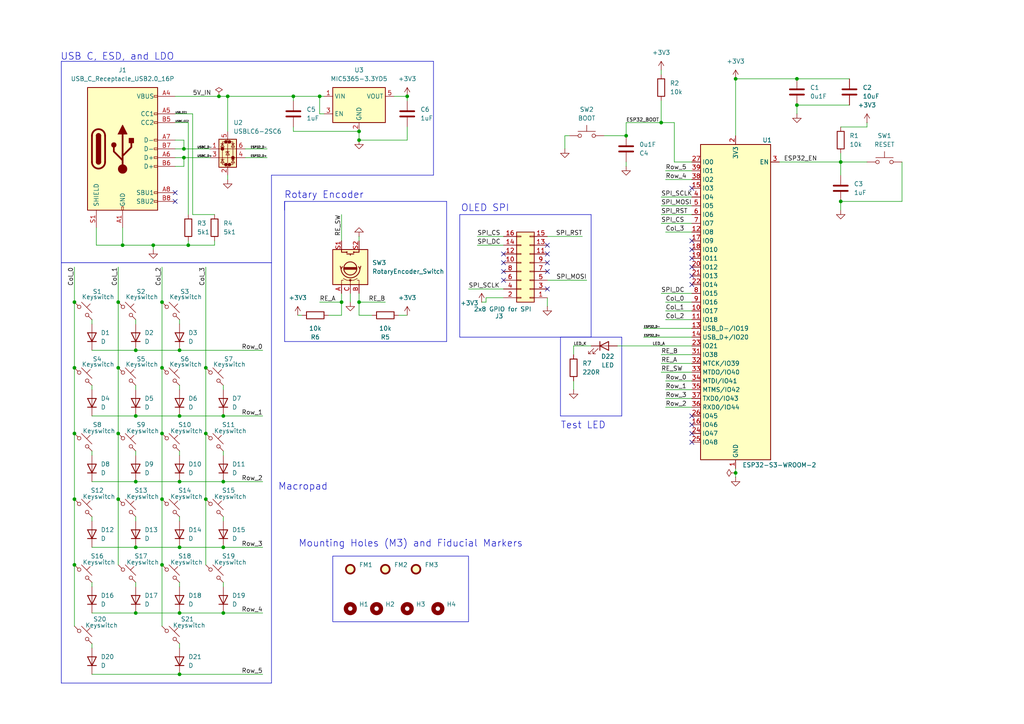
<source format=kicad_sch>
(kicad_sch (version 20231120) (generator "eeschema") (generator_version "8.0")
  (paper "A4")
  (title_block (title "Macropad V1"))
  (junction (at 46.99 163.83))
  (junction (at 44.45 71.12))
  (junction (at 34.29 144.78))
  (junction (at 46.99 125.73))
  (junction (at 39.37 120.65))
  (junction (at 59.69 106.68))
  (junction (at 231.14 22.86))
  (junction (at 63.5 27.94))
  (junction (at 181.61 39.37))
  (junction (at 52.07 177.8))
  (junction (at 85.09 27.94))
  (junction (at 21.59 144.78))
  (junction (at 104.14 40.64))
  (junction (at 64.77 120.65))
  (junction (at 52.07 139.7))
  (junction (at 64.77 177.8))
  (junction (at 213.36 137.16))
  (junction (at 39.37 177.8))
  (junction (at 231.14 30.48))
  (junction (at 191.77 35.56))
  (junction (at 59.69 125.73))
  (junction (at 21.59 163.83))
  (junction (at 59.69 144.78))
  (junction (at 39.37 101.6))
  (junction (at 243.84 46.99))
  (junction (at 34.29 125.73))
  (junction (at 39.37 139.7))
  (junction (at 99.06 87.63))
  (junction (at 92.71 27.94))
  (junction (at 35.56 71.12))
  (junction (at 21.59 87.63))
  (junction (at 34.29 87.63))
  (junction (at 104.14 87.63))
  (junction (at 39.37 158.75))
  (junction (at 34.29 106.68))
  (junction (at 46.99 106.68))
  (junction (at 213.36 22.86))
  (junction (at 53.34 43.18))
  (junction (at 52.07 195.58))
  (junction (at 52.07 158.75))
  (junction (at 54.61 71.12))
  (junction (at 53.34 45.72))
  (junction (at 21.59 125.73))
  (junction (at 46.99 144.78))
  (junction (at 52.07 120.65))
  (junction (at 46.99 87.63))
  (junction (at 52.07 101.6))
  (junction (at 21.59 106.68))
  (junction (at 104.14 38.1))
  (junction (at 243.84 58.42))
  (junction (at 66.04 27.94))
  (junction (at 64.77 158.75))
  (junction (at 118.11 27.94))
  (junction (at 64.77 139.7))
  (no_connect (at 200.66 77.47))
  (no_connect (at 50.8 55.88))
  (no_connect (at 146.05 81.28))
  (no_connect (at 146.05 73.66))
  (no_connect (at 158.75 73.66))
  (no_connect (at 200.66 123.19))
  (no_connect (at 200.66 80.01))
  (no_connect (at 200.66 82.55))
  (no_connect (at 200.66 72.39))
  (no_connect (at 146.05 76.2))
  (no_connect (at 200.66 74.93))
  (no_connect (at 158.75 78.74))
  (no_connect (at 200.66 128.27))
  (no_connect (at 50.8 58.42))
  (no_connect (at 146.05 78.74))
  (no_connect (at 200.66 125.73))
  (no_connect (at 158.75 71.12))
  (no_connect (at 200.66 54.61))
  (no_connect (at 158.75 83.82))
  (no_connect (at 158.75 76.2))
  (no_connect (at 200.66 120.65))
  (no_connect (at 200.66 69.85))
  (wire (pts (xy 26.67 186.69) (xy 26.67 187.96)))
  (polyline (pts (xy 133.35 62.23) (xy 133.35 97.79)))
  (wire (pts (xy 166.37 102.87) (xy 166.37 100.33)))
  (polyline (pts (xy 125.73 50.8) (xy 78.74 50.8)))
  (wire (pts (xy 107.95 91.44) (xy 104.14 91.44)))
  (wire (pts (xy 191.77 29.21) (xy 191.77 35.56)))
  (wire (pts (xy 64.77 120.65) (xy 76.2 120.65)))
  (wire (pts (xy 191.77 85.09) (xy 200.66 85.09)))
  (wire (pts (xy 193.04 92.71) (xy 200.66 92.71)))
  (polyline (pts (xy 129.54 58.42) (xy 82.55 58.42)))
  (wire (pts (xy 34.29 77.47) (xy 34.29 87.63)))
  (wire (pts (xy 26.67 130.81) (xy 26.67 132.08)))
  (wire (pts (xy 99.06 91.44) (xy 99.06 87.63)))
  (wire (pts (xy 104.14 68.58) (xy 104.14 69.85)))
  (wire (pts (xy 46.99 163.83) (xy 46.99 181.61)))
  (wire (pts (xy 50.8 35.56) (xy 54.61 35.56)))
  (wire (pts (xy 193.04 115.57) (xy 200.66 115.57)))
  (wire (pts (xy 21.59 163.83) (xy 21.59 181.61)))
  (wire (pts (xy 55.88 33.02) (xy 55.88 62.23)))
  (wire (pts (xy 191.77 21.59) (xy 191.77 20.32)))
  (wire (pts (xy 251.46 36.83) (xy 251.46 35.56)))
  (wire (pts (xy 243.84 46.99) (xy 243.84 50.8)))
  (wire (pts (xy 166.37 110.49) (xy 166.37 113.03)))
  (wire (pts (xy 34.29 125.73) (xy 34.29 144.78)))
  (wire (pts (xy 39.37 101.6) (xy 52.07 101.6)))
  (wire (pts (xy 181.61 48.26) (xy 181.61 46.99)))
  (wire (pts (xy 95.25 91.44) (xy 99.06 91.44)))
  (wire (pts (xy 179.07 100.33) (xy 200.66 100.33)))
  (wire (pts (xy 39.37 158.75) (xy 52.07 158.75)))
  (wire (pts (xy 64.77 139.7) (xy 76.2 139.7)))
  (wire (pts (xy 181.61 35.56) (xy 191.77 35.56)))
  (wire (pts (xy 191.77 62.23) (xy 200.66 62.23)))
  (wire (pts (xy 92.71 33.02) (xy 92.71 27.94)))
  (wire (pts (xy 26.67 92.71) (xy 26.67 93.98)))
  (wire (pts (xy 138.43 68.58) (xy 146.05 68.58)))
  (wire (pts (xy 118.11 40.64) (xy 118.11 36.83)))
  (wire (pts (xy 158.75 68.58) (xy 168.91 68.58)))
  (wire (pts (xy 39.37 168.91) (xy 39.37 170.18)))
  (wire (pts (xy 118.11 27.94) (xy 118.11 29.21)))
  (wire (pts (xy 21.59 106.68) (xy 21.59 125.73)))
  (wire (pts (xy 243.84 46.99) (xy 251.46 46.99)))
  (wire (pts (xy 26.67 168.91) (xy 26.67 170.18)))
  (wire (pts (xy 52.07 101.6) (xy 76.2 101.6)))
  (wire (pts (xy 35.56 66.04) (xy 35.56 71.12)))
  (wire (pts (xy 34.29 87.63) (xy 34.29 106.68)))
  (wire (pts (xy 53.34 45.72) (xy 60.96 45.72)))
  (polyline (pts (xy 17.78 17.78) (xy 125.73 17.78)))
  (wire (pts (xy 93.98 33.02) (xy 92.71 33.02)))
  (wire (pts (xy 191.77 107.95) (xy 200.66 107.95)))
  (wire (pts (xy 53.34 40.64) (xy 53.34 43.18)))
  (wire (pts (xy 135.89 83.82) (xy 146.05 83.82)))
  (wire (pts (xy 165.1 39.37) (xy 163.83 39.37)))
  (wire (pts (xy 50.8 27.94) (xy 63.5 27.94)))
  (wire (pts (xy 34.29 144.78) (xy 34.29 163.83)))
  (polyline (pts (xy 125.73 17.78) (xy 125.73 50.8)))
  (wire (pts (xy 193.04 113.03) (xy 200.66 113.03)))
  (wire (pts (xy 50.8 43.18) (xy 53.34 43.18)))
  (wire (pts (xy 52.07 168.91) (xy 52.07 170.18)))
  (wire (pts (xy 226.06 46.99) (xy 243.84 46.99)))
  (wire (pts (xy 101.6 85.09) (xy 101.6 87.63)))
  (wire (pts (xy 26.67 120.65) (xy 39.37 120.65)))
  (wire (pts (xy 52.07 139.7) (xy 64.77 139.7)))
  (wire (pts (xy 44.45 71.12) (xy 54.61 71.12)))
  (wire (pts (xy 261.62 46.99) (xy 261.62 58.42)))
  (wire (pts (xy 50.8 48.26) (xy 53.34 48.26)))
  (wire (pts (xy 39.37 139.7) (xy 52.07 139.7)))
  (wire (pts (xy 71.12 43.18) (xy 77.47 43.18)))
  (wire (pts (xy 46.99 87.63) (xy 46.99 106.68)))
  (polyline (pts (xy 82.55 99.06) (xy 129.54 99.06)))
  (wire (pts (xy 27.94 66.04) (xy 27.94 71.12)))
  (wire (pts (xy 52.07 195.58) (xy 76.2 195.58)))
  (wire (pts (xy 54.61 35.56) (xy 54.61 62.23)))
  (polyline (pts (xy 17.78 198.12) (xy 17.78 76.2)))
  (wire (pts (xy 195.58 35.56) (xy 195.58 46.99)))
  (wire (pts (xy 213.36 137.16) (xy 213.36 135.89)))
  (wire (pts (xy 64.77 149.86) (xy 64.77 151.13)))
  (wire (pts (xy 52.07 120.65) (xy 64.77 120.65)))
  (wire (pts (xy 21.59 77.47) (xy 21.59 87.63)))
  (wire (pts (xy 64.77 158.75) (xy 76.2 158.75)))
  (wire (pts (xy 85.09 38.1) (xy 104.14 38.1)))
  (wire (pts (xy 46.99 144.78) (xy 46.99 163.83)))
  (wire (pts (xy 46.99 125.73) (xy 46.99 144.78)))
  (wire (pts (xy 55.88 62.23) (xy 62.23 62.23)))
  (wire (pts (xy 39.37 149.86) (xy 39.37 151.13)))
  (wire (pts (xy 66.04 50.8) (xy 66.04 52.07)))
  (wire (pts (xy 261.62 58.42) (xy 243.84 58.42)))
  (wire (pts (xy 53.34 43.18) (xy 60.96 43.18)))
  (wire (pts (xy 26.67 195.58) (xy 52.07 195.58)))
  (wire (pts (xy 186.69 97.79) (xy 200.66 97.79)))
  (polyline (pts (xy 162.56 120.65) (xy 162.56 97.79)))
  (wire (pts (xy 251.46 36.83) (xy 243.84 36.83)))
  (wire (pts (xy 99.06 85.09) (xy 99.06 87.63)))
  (wire (pts (xy 104.14 91.44) (xy 104.14 87.63)))
  (wire (pts (xy 64.77 168.91) (xy 64.77 170.18)))
  (wire (pts (xy 140.97 86.36) (xy 146.05 86.36)))
  (wire (pts (xy 99.06 62.23) (xy 99.06 69.85)))
  (wire (pts (xy 191.77 102.87) (xy 200.66 102.87)))
  (polyline (pts (xy 78.74 198.12) (xy 17.78 198.12)))
  (wire (pts (xy 44.45 71.12) (xy 44.45 72.39)))
  (wire (pts (xy 26.67 139.7) (xy 39.37 139.7)))
  (wire (pts (xy 39.37 130.81) (xy 39.37 132.08)))
  (polyline (pts (xy 78.74 76.2) (xy 17.78 76.2)))
  (wire (pts (xy 21.59 144.78) (xy 21.59 163.83)))
  (wire (pts (xy 26.67 101.6) (xy 39.37 101.6)))
  (wire (pts (xy 64.77 177.8) (xy 76.2 177.8)))
  (wire (pts (xy 193.04 67.31) (xy 200.66 67.31)))
  (wire (pts (xy 231.14 30.48) (xy 246.38 30.48)))
  (wire (pts (xy 191.77 64.77) (xy 200.66 64.77)))
  (wire (pts (xy 66.04 27.94) (xy 66.04 38.1)))
  (polyline (pts (xy 133.35 62.23) (xy 171.45 62.23)))
  (wire (pts (xy 26.67 158.75) (xy 39.37 158.75)))
  (wire (pts (xy 39.37 177.8) (xy 52.07 177.8)))
  (wire (pts (xy 50.8 40.64) (xy 53.34 40.64)))
  (wire (pts (xy 50.8 45.72) (xy 53.34 45.72)))
  (wire (pts (xy 52.07 158.75) (xy 64.77 158.75)))
  (polyline (pts (xy 171.45 62.23) (xy 171.45 97.79)))
  (wire (pts (xy 104.14 85.09) (xy 104.14 87.63)))
  (wire (pts (xy 52.07 186.69) (xy 52.07 187.96)))
  (wire (pts (xy 138.43 71.12) (xy 146.05 71.12)))
  (wire (pts (xy 166.37 100.33) (xy 171.45 100.33)))
  (polyline (pts (xy 82.55 58.42) (xy 82.55 99.06)))
  (wire (pts (xy 104.14 38.1) (xy 104.14 40.64)))
  (wire (pts (xy 193.04 87.63) (xy 200.66 87.63)))
  (wire (pts (xy 34.29 106.68) (xy 34.29 125.73)))
  (wire (pts (xy 26.67 111.76) (xy 26.67 113.03)))
  (wire (pts (xy 193.04 52.07) (xy 200.66 52.07)))
  (wire (pts (xy 64.77 111.76) (xy 64.77 113.03)))
  (polyline (pts (xy 78.74 76.2) (xy 78.74 198.12)))
  (wire (pts (xy 191.77 35.56) (xy 195.58 35.56)))
  (wire (pts (xy 59.69 106.68) (xy 59.69 125.73)))
  (wire (pts (xy 92.71 27.94) (xy 93.98 27.94)))
  (wire (pts (xy 243.84 46.99) (xy 243.84 44.45)))
  (wire (pts (xy 140.97 87.63) (xy 140.97 86.36)))
  (wire (pts (xy 193.04 110.49) (xy 200.66 110.49)))
  (wire (pts (xy 85.09 36.83) (xy 85.09 38.1)))
  (wire (pts (xy 181.61 35.56) (xy 181.61 39.37)))
  (wire (pts (xy 46.99 106.68) (xy 46.99 125.73)))
  (wire (pts (xy 52.07 92.71) (xy 52.07 93.98)))
  (wire (pts (xy 26.67 177.8) (xy 39.37 177.8)))
  (polyline (pts (xy 78.74 50.8) (xy 78.74 76.2)))
  (wire (pts (xy 158.75 86.36) (xy 158.75 88.9)))
  (wire (pts (xy 186.69 95.25) (xy 200.66 95.25)))
  (polyline (pts (xy 162.56 97.79) (xy 180.34 97.79)))
  (wire (pts (xy 52.07 111.76) (xy 52.07 113.03)))
  (wire (pts (xy 27.94 71.12) (xy 35.56 71.12)))
  (wire (pts (xy 62.23 69.85) (xy 62.23 71.12)))
  (polyline (pts (xy 82.55 58.42) (xy 82.55 60.96)))
  (wire (pts (xy 92.71 87.63) (xy 99.06 87.63)))
  (wire (pts (xy 62.23 71.12) (xy 54.61 71.12)))
  (wire (pts (xy 195.58 46.99) (xy 200.66 46.99)))
  (wire (pts (xy 64.77 130.81) (xy 64.77 132.08)))
  (wire (pts (xy 52.07 149.86) (xy 52.07 151.13)))
  (wire (pts (xy 21.59 125.73) (xy 21.59 144.78)))
  (wire (pts (xy 213.36 39.37) (xy 213.36 22.86)))
  (wire (pts (xy 71.12 45.72) (xy 77.47 45.72)))
  (wire (pts (xy 53.34 48.26) (xy 53.34 45.72)))
  (wire (pts (xy 35.56 71.12) (xy 44.45 71.12)))
  (polyline (pts (xy 17.78 76.2) (xy 78.74 76.2)))
  (wire (pts (xy 63.5 27.94) (xy 66.04 27.94)))
  (wire (pts (xy 193.04 118.11) (xy 200.66 118.11)))
  (polyline (pts (xy 180.34 97.79) (xy 180.34 120.65)))
  (wire (pts (xy 191.77 105.41) (xy 200.66 105.41)))
  (wire (pts (xy 139.7 87.63) (xy 140.97 87.63)))
  (wire (pts (xy 39.37 92.71) (xy 39.37 93.98)))
  (wire (pts (xy 158.75 81.28) (xy 170.18 81.28)))
  (wire (pts (xy 193.04 90.17) (xy 200.66 90.17)))
  (wire (pts (xy 54.61 69.85) (xy 54.61 71.12)))
  (wire (pts (xy 21.59 87.63) (xy 21.59 106.68)))
  (wire (pts (xy 39.37 111.76) (xy 39.37 113.03)))
  (wire (pts (xy 114.3 27.94) (xy 118.11 27.94)))
  (wire (pts (xy 52.07 177.8) (xy 64.77 177.8)))
  (wire (pts (xy 191.77 57.15) (xy 200.66 57.15)))
  (wire (pts (xy 191.77 59.69) (xy 200.66 59.69)))
  (wire (pts (xy 163.83 39.37) (xy 163.83 43.18)))
  (wire (pts (xy 213.36 22.86) (xy 231.14 22.86)))
  (wire (pts (xy 231.14 30.48) (xy 231.14 33.02)))
  (wire (pts (xy 59.69 125.73) (xy 59.69 144.78)))
  (wire (pts (xy 52.07 130.81) (xy 52.07 132.08)))
  (wire (pts (xy 46.99 77.47) (xy 46.99 87.63)))
  (wire (pts (xy 85.09 29.21) (xy 85.09 27.94)))
  (wire (pts (xy 50.8 33.02) (xy 55.88 33.02)))
  (wire (pts (xy 104.14 87.63) (xy 111.76 87.63)))
  (wire (pts (xy 193.04 49.53) (xy 200.66 49.53)))
  (wire (pts (xy 85.09 27.94) (xy 92.71 27.94)))
  (polyline (pts (xy 17.78 76.2) (xy 17.78 17.78)))
  (wire (pts (xy 86.36 91.44) (xy 87.63 91.44)))
  (wire (pts (xy 39.37 120.65) (xy 52.07 120.65)))
  (wire (pts (xy 231.14 22.86) (xy 246.38 22.86)))
  (wire (pts (xy 175.26 39.37) (xy 181.61 39.37)))
  (polyline (pts (xy 180.34 120.65) (xy 162.56 120.65)))
  (wire (pts (xy 59.69 144.78) (xy 59.69 163.83)))
  (wire (pts (xy 115.57 91.44) (xy 118.11 91.44)))
  (wire (pts (xy 66.04 27.94) (xy 85.09 27.94)))
  (wire (pts (xy 104.14 40.64) (xy 118.11 40.64)))
  (polyline (pts (xy 171.45 97.79) (xy 133.35 97.79)))
  (polyline (pts (xy 129.54 99.06) (xy 129.54 58.42)))
  (wire (pts (xy 26.67 149.86) (xy 26.67 151.13)))
  (wire (pts (xy 213.36 138.43) (xy 213.36 137.16)))
  (wire (pts (xy 59.69 77.47) (xy 59.69 106.68)))
  (wire (pts (xy 243.84 58.42) (xy 243.84 60.96)))
  (rectangle (start 96.52 161.29) (end 135.89 180.34))
  (text "Test LED\n" (at 169.164 123.444 0) (effects (font (size 2 2))))
  (text "Rotary Encoder\n" (at 93.98 56.642 0) (effects (font (size 2 2))))
  (text "Macropad\n" (at 87.884 141.224 0) (effects (font (size 2 2))))
  (text "Mounting Holes (M3) and Fiducial Markers\n" (at 119.126 157.734 0) (effects (font (size 2 2))))
  (text "OLED SPI" (at 140.716 60.452 0) (effects (font (size 2 2))))
  (text "USB C, ESD, and LDO" (at 34.036 16.51 0) (effects (font (size 2 2))))
  (label "Row_4" (at 193.04 52.07 0))
  (label "Col_0" (at 21.59 77.47 270))
  (label "SPI_RST" (at 191.77 62.23 0))
  (label "5V_IN" (at 55.88 27.94 0))
  (label "Col_1" (at 193.04 90.17 0))
  (label "SPI_MOSI" (at 191.77 59.69 0))
  (label "Row_0" (at 193.04 110.49 0))
  (label "LED_A" (at 189.23 100.33 0) (effects (font (size 0.8 0.8))))
  (label "Row_1" (at 76.2 120.65 180))
  (label "Col_2" (at 46.99 77.47 270))
  (label "RE_SW" (at 191.77 107.95 0))
  (label "USBC_D-" (at 57.15 43.18 0) (effects (font (size 0.6 0.6))))
  (label "Row_3" (at 193.04 115.57 0))
  (label "SPI_MOSI" (at 170.18 81.28 180))
  (label "Row_2" (at 193.04 118.11 0))
  (label "RE_A" (at 92.71 87.63 0))
  (label "Col_0" (at 193.04 87.63 0))
  (label "SPI_SCLK" (at 135.89 83.82 0))
  (label "USBC_D+" (at 57.15 45.72 0) (effects (font (size 0.6 0.6))))
  (label "SPI_SCLK" (at 191.77 57.15 0))
  (label "Row_5" (at 193.04 49.53 0))
  (label "RE_A" (at 191.77 105.41 0))
  (label "Col_3" (at 193.04 67.31 0))
  (label "Row_1" (at 193.04 113.03 0))
  (label "USBC_CC2" (at 50.8 35.56 0) (effects (font (size 0.5 0.5))))
  (label "SPI_CS" (at 191.77 64.77 0))
  (label "RE_SW" (at 99.06 62.23 270))
  (label "ESP32_D+" (at 186.69 97.79 0) (effects (font (size 0.6 0.6))))
  (label "ESP32_D+" (at 77.47 45.72 180) (effects (font (size 0.6 0.6))))
  (label "SPI_DC" (at 191.77 85.09 0))
  (label "RE_B" (at 111.76 87.63 180))
  (label "Col_1" (at 34.29 77.47 270))
  (label "LED_K" (at 166.37 100.33 0) (effects (font (size 0.8 0.8))))
  (label "SPI_DC" (at 138.43 71.12 0))
  (label "Col_2" (at 193.04 92.71 0))
  (label "Col_3" (at 59.69 77.47 270))
  (label "ESP32_D-" (at 186.69 95.25 0) (effects (font (size 0.6 0.6))))
  (label "ESP32_EN" (at 227.33 46.99 0))
  (label "ESP32_BOOT" (at 181.61 35.56 0) (effects (font (size 1 1))))
  (label "Row_3" (at 76.2 158.75 180))
  (label "RE_B" (at 191.77 102.87 0))
  (label "ESP32_D-" (at 77.47 43.18 180) (effects (font (size 0.6 0.6))))
  (label "Row_5" (at 76.2 195.58 180))
  (label "Row_0" (at 76.2 101.6 180))
  (label "USB_CC1" (at 50.8 33.02 0) (effects (font (size 0.5 0.5))))
  (label "SPI_RST" (at 168.91 68.58 180))
  (label "SPI_CS" (at 138.43 68.58 0))
  (label "Row_4" (at 76.2 177.8 180))
  (label "Row_2" (at 76.2 139.7 180))
  (symbol (lib_id "power:GND") (at 104.14 68.58 0) (mirror x) (unit 1)
    (property "Reference" "#PWR016" (effects (hide yes)))
    (property "Value" "GND" (effects (hide yes)))
    (property "Description" "Power symbol creates a global label with name \"GND\" , ground" (effects (hide yes)))
  )
  (symbol (lib_id "Mechanical:Fiducial") (at 120.65 165.1 0) (unit 1) (exclude_from_sim yes) (in_bom no)
    (property "Reference" "FM3" (at 123.19 163.8299 0) (effects (justify left)))
    (property "Value" "Fiducial" (effects (hide yes)))
    (property "Footprint" "Fiducial:Fiducial_1mm_Mask2mm" (effects (hide yes)))
    (property "Description" "Fiducial Marker" (effects (hide yes)))
  )
  (symbol (lib_id "Device:D") (at 26.67 173.99 90) (unit 1)
    (property "Reference" "D16" (at 29.21 172.7199 90) (effects (justify right)))
    (property "Value" "D" (at 29.21 175.2599 90) (effects (justify right)))
    (property "Footprint" "ScottoKeebs_Components:Diode_DO-35" (effects (hide yes)))
    (property "Description" "Diode" (effects (hide yes)))
    (property "Sim.Device" "D" (effects (hide yes)))
    (property "Sim.Pins" "1=K 2=A" (effects (hide yes)))
    (property "Distributor Link" "https://www.digikey.com/en/products/detail/onsemi/1N4148/458603" (effects (hide yes)))
    (property "Manufacturer" "onsemi" (effects (hide yes)))
    (property "Manufacturer Part Number" "1N4148" (effects (hide yes)))
  )
  (symbol (lib_id "Device:D") (at 52.07 116.84 90) (unit 1)
    (property "Reference" "D6" (at 54.61 115.5699 90) (effects (justify right)))
    (property "Value" "D" (at 54.61 118.1099 90) (effects (justify right)))
    (property "Footprint" "ScottoKeebs_Components:Diode_DO-35" (effects (hide yes)))
    (property "Description" "Diode" (effects (hide yes)))
    (property "Sim.Device" "D" (effects (hide yes)))
    (property "Sim.Pins" "1=K 2=A" (effects (hide yes)))
    (property "Distributor Link" "https://www.digikey.com/en/products/detail/onsemi/1N4148/458603" (effects (hide yes)))
    (property "Manufacturer" "onsemi" (effects (hide yes)))
    (property "Manufacturer Part Number" "1N4148" (effects (hide yes)))
  )
  (symbol (lib_id "ScottoKeebs:Placeholder_Keyswitch") (at 24.13 184.15 0) (unit 1)
    (property "Reference" "S20" (at 28.956 179.578 0))
    (property "Value" "Keyswitch" (at 29.464 181.356 0))
    (property "Footprint" "ScottoKeebs_Hotswap:Hotswap_MX_2.00u" (effects (hide yes)))
    (property "Description" "Push button switch, normally open, two pins, 45° tilted" (effects (hide yes)))
    (property "Distributor Link" "https://www.amazon.com/KPREPUBLIC-Princess-Tactile-Mechanical-Keyboard/dp/B0C53411RM?crid=30RRU0IBU0OZS&dib=eyJ2IjoiMSJ9.OoY_aIcXhmO6e7M4MZARfO6JZmj-WdiIuUod4RLpM1GGKvpOE9Fj4_tEijGCKhdSviaOSOF_6dpkZeeKAySrc6-WXLrNLUciMqTymXxmJZx0eE77XoxmwrRNZ18zp-8TImG1n0ywAW5gWFmrmAxQJg.viJDPPfI7-lpZ7fPGa_HvOZjrKo1wk6_HhhzCmMGkG0&dib_tag=se&keywords=mmd%2Bprincess%2Btactiles&qid=1732934008&sprefix=mmd%2Bprinc%2Caps%2C129&sr=8-1&th=1" (effects (hide yes)))
    (property "Manufacturer" "MMD" (effects (hide yes)))
    (property "Manufacturer Part Number" "MMD Princess Tactiles" (effects (hide yes)))
  )
  (symbol (lib_id "Device:D") (at 64.77 154.94 90) (unit 1)
    (property "Reference" "D15" (at 67.31 153.6699 90) (effects (justify right)))
    (property "Value" "D" (at 67.31 156.2099 90) (effects (justify right)))
    (property "Footprint" "ScottoKeebs_Components:Diode_DO-35" (effects (hide yes)))
    (property "Description" "Diode" (effects (hide yes)))
    (property "Sim.Device" "D" (effects (hide yes)))
    (property "Sim.Pins" "1=K 2=A" (effects (hide yes)))
    (property "Distributor Link" "https://www.digikey.com/en/products/detail/onsemi/1N4148/458603" (effects (hide yes)))
    (property "Manufacturer" "onsemi" (effects (hide yes)))
    (property "Manufacturer Part Number" "1N4148" (effects (hide yes)))
  )
  (symbol (lib_id "Device:R") (at 191.77 25.4 0) (unit 1)
    (property "Reference" "R2" (at 194.31 24.1299 0) (effects (justify left)))
    (property "Value" "10k" (at 194.31 26.6699 0) (effects (justify left)))
    (property "Footprint" "Resistor_SMD:R_0402_1005Metric" (effects (hide yes)))
    (property "Description" "Resistor" (effects (hide yes)))
    (property "Distributor Link" "https://www.digikey.com/en/products/detail/yageo/rc0603fr-0710kl/726880" (effects (hide yes)))
    (property "Manufacturer" "YAGEO" (effects (hide yes)))
    (property "Manufacturer Part Number" "RC0603FR-0710KL" (effects (hide yes)))
  )
  (symbol (lib_id "Device:D") (at 64.77 116.84 90) (unit 1)
    (property "Reference" "D7" (at 67.31 115.5699 90) (effects (justify right)))
    (property "Value" "D" (at 67.31 118.1099 90) (effects (justify right)))
    (property "Footprint" "ScottoKeebs_Components:Diode_DO-35" (effects (hide yes)))
    (property "Description" "Diode" (effects (hide yes)))
    (property "Sim.Device" "D" (effects (hide yes)))
    (property "Sim.Pins" "1=K 2=A" (effects (hide yes)))
    (property "Distributor Link" "https://www.digikey.com/en/products/detail/onsemi/1N4148/458603" (effects (hide yes)))
    (property "Manufacturer" "onsemi" (effects (hide yes)))
    (property "Manufacturer Part Number" "1N4148" (effects (hide yes)))
  )
  (symbol (lib_id "power:GND") (at 44.45 72.39 0) (mirror y) (unit 1)
    (property "Reference" "#PWR010" (effects (hide yes)))
    (property "Value" "GND" (effects (hide yes)))
    (property "Description" "Power symbol creates a global label with name \"GND\" , ground" (effects (hide yes)))
  )
  (symbol (lib_id "Power_Protection:USBLC6-2SC6") (at 66.04 43.18 0) (unit 1)
    (property "Reference" "U2" (at 67.6911 35.56 0) (effects (justify left)))
    (property "Value" "USBLC6-2SC6" (at 67.6911 38.1 0) (effects (justify left)))
    (property "Footprint" "Package_TO_SOT_SMD:SOT-23-6" (effects (hide yes)))
    (property "Datasheet" "https://www.st.com/resource/en/datasheet/usblc6-2.pdf" (effects (hide yes)))
    (property "Description" "Very low capacitance ESD protection diode, 2 data-line, SOT-23-6" (effects (hide yes)))
    (property "Distributor Link" "https://www.digikey.com/en/products/detail/stmicroelectronics/USBLC6-2SC6/1040559" (effects (hide yes)))
    (property "Manufacturer" "STMicroelectronics" (effects (hide yes)))
    (property "Manufacturer Part Number" "USBLC6-2SC6" (effects (hide yes)))
  )
  (symbol (lib_id "Device:C") (at 85.09 33.02 0) (unit 1)
    (property "Reference" "C5" (at 88.9 31.7499 0) (effects (justify left)))
    (property "Value" "1uF" (at 88.9 34.2899 0) (effects (justify left)))
    (property "Footprint" "Capacitor_SMD:C_0805_2012Metric" (effects (hide yes)))
    (property "Description" "Unpolarized capacitor" (effects (hide yes)))
    (property "Distributor Link" "https://www.digikey.com/en/products/detail/nextgen-components/0805B105K100CC/18677039" (effects (hide yes)))
    (property "Manufacturer" "Aillen" (effects (hide yes)))
    (property "Manufacturer Part Number" "0805B105K100CC" (effects (hide yes)))
  )
  (symbol (lib_id "Mechanical:MountingHole") (at 127 176.53 0) (unit 1) (exclude_from_sim yes) (in_bom no)
    (property "Reference" "H4" (at 129.54 175.2599 0) (effects (justify left)))
    (property "Value" "MountingHole" (effects (hide yes)))
    (property "Footprint" "MountingHole:MountingHole_2.2mm_M2" (effects (hide yes)))
    (property "Description" "Mounting Hole without connection" (effects (hide yes)))
  )
  (symbol (lib_id "ScottoKeebs:Placeholder_Keyswitch") (at 36.83 128.27 0) (unit 1)
    (property "Reference" "S9" (at 40.894 123.19 0))
    (property "Value" "Keyswitch" (at 41.402 124.968 0))
    (property "Footprint" "ScottoKeebs_Hotswap:Hotswap_MX_1.00u" (effects (hide yes)))
    (property "Description" "Push button switch, normally open, two pins, 45° tilted" (effects (hide yes)))
    (property "Distributor Link" "https://www.amazon.com/KPREPUBLIC-Princess-Tactile-Mechanical-Keyboard/dp/B0C53411RM?crid=30RRU0IBU0OZS&dib=eyJ2IjoiMSJ9.OoY_aIcXhmO6e7M4MZARfO6JZmj-WdiIuUod4RLpM1GGKvpOE9Fj4_tEijGCKhdSviaOSOF_6dpkZeeKAySrc6-WXLrNLUciMqTymXxmJZx0eE77XoxmwrRNZ18zp-8TImG1n0ywAW5gWFmrmAxQJg.viJDPPfI7-lpZ7fPGa_HvOZjrKo1wk6_HhhzCmMGkG0&dib_tag=se&keywords=mmd%2Bprincess%2Btactiles&qid=1732934008&sprefix=mmd%2Bprinc%2Caps%2C129&sr=8-1&th=1" (effects (hide yes)))
    (property "Manufacturer" "MMD" (effects (hide yes)))
    (property "Manufacturer Part Number" "MMD Princess Tactiles" (effects (hide yes)))
  )
  (symbol (lib_id "Switch:SW_Push") (at 256.54 46.99 0) (unit 1)
    (property "Reference" "SW1" (at 256.54 39.37 0))
    (property "Value" "RESET" (at 256.54 41.91 0))
    (property "Footprint" "Button_Switch_SMD:SW_SPST_PTS647_Sx50" (effects (hide yes)))
    (property "Description" "Push button switch, generic, two pins" (effects (hide yes)))
    (property "Distributor Link" "https://www.digikey.com/en/products/detail/c-k/PTS647SN50SMTR2-LFS/9649857" (effects (hide yes)))
    (property "Manufacturer" "C&K" (effects (hide yes)))
    (property "Manufacturer Part Number" "PTS647SN50SMTR2 LFS" (effects (hide yes)))
  )
  (symbol (lib_id "Device:D") (at 52.07 173.99 90) (unit 1)
    (property "Reference" "D18" (at 54.61 172.7199 90) (effects (justify right)))
    (property "Value" "D" (at 54.61 175.2599 90) (effects (justify right)))
    (property "Footprint" "ScottoKeebs_Components:Diode_DO-35" (effects (hide yes)))
    (property "Description" "Diode" (effects (hide yes)))
    (property "Sim.Device" "D" (effects (hide yes)))
    (property "Sim.Pins" "1=K 2=A" (effects (hide yes)))
    (property "Distributor Link" "https://www.digikey.com/en/products/detail/onsemi/1N4148/458603" (effects (hide yes)))
    (property "Manufacturer" "onsemi" (effects (hide yes)))
    (property "Manufacturer Part Number" "1N4148" (effects (hide yes)))
  )
  (symbol (lib_id "Device:R") (at 111.76 91.44 90) (mirror x) (unit 1)
    (property "Reference" "R5" (at 111.76 97.79 90))
    (property "Value" "10k" (at 111.76 95.25 90))
    (property "Footprint" "Resistor_SMD:R_0402_1005Metric" (effects (hide yes)))
    (property "Description" "Resistor" (effects (hide yes)))
    (property "Distributor Link" "https://www.digikey.com/en/products/detail/yageo/rc0603fr-0710kl/726880" (effects (hide yes)))
    (property "Manufacturer" "YAGEO" (effects (hide yes)))
    (property "Manufacturer Part Number" "RC0603FR-0710KL" (effects (hide yes)))
  )
  (symbol (lib_id "power:GND") (at 158.75 88.9 0) (mirror y) (unit 1)
    (property "Reference" "#PWR013" (effects (hide yes)))
    (property "Value" "GND" (effects (hide yes)))
    (property "Description" "Power symbol creates a global label with name \"GND\" , ground" (effects (hide yes)))
  )
  (symbol (lib_id "power:+3V3") (at 118.11 27.94 0) (unit 1)
    (property "Reference" "#PWR012" (effects (hide yes)))
    (property "Value" "+3V3" (at 118.11 22.86 0))
    (property "Description" "Power symbol creates a global label with name \"+3V3\"" (effects (hide yes)))
  )
  (symbol (lib_id "Device:LED") (at 175.26 100.33 0) (unit 1)
    (property "Reference" "D22" (at 176.276 103.378 0))
    (property "Value" "LED" (at 176.276 105.918 0))
    (property "Footprint" "LED_SMD:LED_0402_1005Metric" (effects (hide yes)))
    (property "Description" "Light emitting diode" (effects (hide yes)))
    (property "Distributor Link" "https://www.digikey.com/en/products/detail/w%C3%BCrth-elektronik/150040rs73240/8557156" (effects (hide yes)))
    (property "Manufacturer" "Würth Elektronik" (effects (hide yes)))
    (property "Manufacturer Part Number" "150040RS73240" (effects (hide yes)))
  )
  (symbol (lib_id "Device:D") (at 39.37 97.79 90) (unit 1)
    (property "Reference" "D2" (at 41.91 96.5199 90) (effects (justify right)))
    (property "Value" "D" (at 41.91 99.0599 90) (effects (justify right)))
    (property "Footprint" "ScottoKeebs_Components:Diode_DO-35" (effects (hide yes)))
    (property "Description" "Diode" (effects (hide yes)))
    (property "Sim.Device" "D" (effects (hide yes)))
    (property "Sim.Pins" "1=K 2=A" (effects (hide yes)))
    (property "Distributor Link" "https://www.digikey.com/en/products/detail/onsemi/1N4148/458603" (effects (hide yes)))
    (property "Manufacturer" "onsemi" (effects (hide yes)))
    (property "Manufacturer Part Number" "1N4148" (effects (hide yes)))
  )
  (symbol (lib_id "power:GND") (at 213.36 138.43 0) (mirror y) (unit 1)
    (property "Reference" "#PWR01" (effects (hide yes)))
    (property "Value" "GND" (effects (hide yes)))
    (property "Description" "Power symbol creates a global label with name \"GND\" , ground" (effects (hide yes)))
  )
  (symbol (lib_id "ScottoKeebs:Placeholder_Keyswitch") (at 24.13 90.17 0) (unit 1)
    (property "Reference" "S1" (at 28.194 84.582 0))
    (property "Value" "Keyswitch" (at 28.448 86.106 0))
    (property "Footprint" "ScottoKeebs_Hotswap:Hotswap_MX_1.00u" (effects (hide yes)))
    (property "Description" "Push button switch, normally open, two pins, 45° tilted" (effects (hide yes)))
    (property "Distributor Link" "https://www.amazon.com/KPREPUBLIC-Princess-Tactile-Mechanical-Keyboard/dp/B0C53411RM?crid=30RRU0IBU0OZS&dib=eyJ2IjoiMSJ9.OoY_aIcXhmO6e7M4MZARfO6JZmj-WdiIuUod4RLpM1GGKvpOE9Fj4_tEijGCKhdSviaOSOF_6dpkZeeKAySrc6-WXLrNLUciMqTymXxmJZx0eE77XoxmwrRNZ18zp-8TImG1n0ywAW5gWFmrmAxQJg.viJDPPfI7-lpZ7fPGa_HvOZjrKo1wk6_HhhzCmMGkG0&dib_tag=se&keywords=mmd%2Bprincess%2Btactiles&qid=1732934008&sprefix=mmd%2Bprinc%2Caps%2C129&sr=8-1&th=1" (effects (hide yes)))
    (property "Manufacturer" "MMD" (effects (hide yes)))
    (property "Manufacturer Part Number" "MMD Princess Tactiles" (effects (hide yes)))
  )
  (symbol (lib_id "power:PWR_FLAG") (at 63.5 27.94 0) (unit 1)
    (property "Reference" "#FLG01" (effects (hide yes)))
    (property "Value" "PWR_FLAG" (effects (hide yes)))
    (property "Description" "Special symbol for telling ERC where power comes from" (effects (hide yes)))
  )
  (symbol (lib_id "power:GND") (at 104.14 40.64 0) (mirror y) (unit 1)
    (property "Reference" "#PWR011" (effects (hide yes)))
    (property "Value" "GND" (effects (hide yes)))
    (property "Description" "Power symbol creates a global label with name \"GND\" , ground" (effects (hide yes)))
  )
  (symbol (lib_id "power:GND") (at 166.37 113.03 0) (mirror y) (unit 1)
    (property "Reference" "#PWR019" (effects (hide yes)))
    (property "Value" "GND" (effects (hide yes)))
    (property "Description" "Power symbol creates a global label with name \"GND\" , ground" (effects (hide yes)))
  )
  (symbol (lib_id "Device:C") (at 246.38 26.67 0) (unit 1)
    (property "Reference" "C2" (at 250.19 25.3999 0) (effects (justify left)))
    (property "Value" "10uF" (at 250.19 27.9399 0) (effects (justify left)))
    (property "Footprint" "Capacitor_SMD:C_0805_2012Metric" (effects (hide yes)))
    (property "Description" "Unpolarized capacitor" (effects (hide yes)))
    (property "Distributor Link" "https://www.digikey.com/en/products/detail/murata-electronics/GRM21BR61C106KE15K/2546903" (effects (hide yes)))
    (property "Manufacturer" "Murata Electronics" (effects (hide yes)))
    (property "Manufacturer Part Number" "GRM21BR61C106KE15K" (effects (hide yes)))
  )
  (symbol (lib_id "Device:D") (at 39.37 154.94 90) (unit 1)
    (property "Reference" "D13" (at 41.91 153.6699 90) (effects (justify right)))
    (property "Value" "D" (at 41.91 156.2099 90) (effects (justify right)))
    (property "Footprint" "ScottoKeebs_Components:Diode_DO-35" (effects (hide yes)))
    (property "Description" "Diode" (effects (hide yes)))
    (property "Sim.Device" "D" (effects (hide yes)))
    (property "Sim.Pins" "1=K 2=A" (effects (hide yes)))
    (property "Distributor Link" "https://www.digikey.com/en/products/detail/onsemi/1N4148/458603" (effects (hide yes)))
    (property "Manufacturer" "onsemi" (effects (hide yes)))
    (property "Manufacturer Part Number" "1N4148" (effects (hide yes)))
  )
  (symbol (lib_id "Device:R") (at 54.61 66.04 0) (unit 1)
    (property "Reference" "R3" (at 57.15 64.7699 0) (effects (justify left)))
    (property "Value" "5k1" (at 57.15 67.3099 0) (effects (justify left)))
    (property "Footprint" "Resistor_SMD:R_0402_1005Metric" (effects (hide yes)))
    (property "Description" "Resistor" (effects (hide yes)))
    (property "Distributor Link" "https://www.digikey.com/en/products/detail/yageo/rc0603fr-075k1l/727268" (effects (hide yes)))
    (property "Manufacturer" "YAGEO" (effects (hide yes)))
    (property "Manufacturer Part Number" "RC0603FR-075K1L" (effects (hide yes)))
  )
  (symbol (lib_id "ScottoKeebs:Placeholder_Keyswitch") (at 49.53 128.27 0) (unit 1)
    (property "Reference" "S10" (at 53.594 123.19 0))
    (property "Value" "Keyswitch" (at 54.102 124.968 0))
    (property "Footprint" "ScottoKeebs_Hotswap:Hotswap_MX_1.00u" (effects (hide yes)))
    (property "Description" "Push button switch, normally open, two pins, 45° tilted" (effects (hide yes)))
    (property "Distributor Link" "https://www.amazon.com/KPREPUBLIC-Princess-Tactile-Mechanical-Keyboard/dp/B0C53411RM?crid=30RRU0IBU0OZS&dib=eyJ2IjoiMSJ9.OoY_aIcXhmO6e7M4MZARfO6JZmj-WdiIuUod4RLpM1GGKvpOE9Fj4_tEijGCKhdSviaOSOF_6dpkZeeKAySrc6-WXLrNLUciMqTymXxmJZx0eE77XoxmwrRNZ18zp-8TImG1n0ywAW5gWFmrmAxQJg.viJDPPfI7-lpZ7fPGa_HvOZjrKo1wk6_HhhzCmMGkG0&dib_tag=se&keywords=mmd%2Bprincess%2Btactiles&qid=1732934008&sprefix=mmd%2Bprinc%2Caps%2C129&sr=8-1&th=1" (effects (hide yes)))
    (property "Manufacturer" "MMD" (effects (hide yes)))
    (property "Manufacturer Part Number" "MMD Princess Tactiles" (effects (hide yes)))
  )
  (symbol (lib_id "RF_Module:ESP32-S3-WROOM-2") (at 213.36 87.63 0) (mirror y) (unit 1)
    (property "Reference" "U1" (at 222.504 40.64 0))
    (property "Value" "ESP32-S3-WROOM-2" (at 226.06 134.874 0))
    (property "Footprint" "RF_Module:ESP32-S3-WROOM-2" (effects (hide yes)))
    (property "Datasheet" "https://www.espressif.com/sites/default/files/documentation/esp32-s3-wroom-2_datasheet_en.pdf" (effects (hide yes)))
    (property "Description" "RF Module, 2.4 GHz, Wi­-Fi, Bluetooth, BLE, ESP32­-S3R8V" (effects (hide yes)))
    (property "Distributor Link" "https://www.digikey.com/en/products/detail/espressif-systems/ESP32-S3-WROOM-2-N32R8V/15970964" (effects (hide yes)))
    (property "Manufacturer" "Espressif Systems" (effects (hide yes)))
    (property "Manufacturer Part Number" "ESP32-S3-WROOM-2-N32R8V" (effects (hide yes)))
  )
  (symbol (lib_id "ScottoKeebs:Placeholder_Keyswitch") (at 49.53 166.37 0) (unit 1)
    (property "Reference" "S18" (at 53.594 161.29 0))
    (property "Value" "Keyswitch" (at 54.102 163.068 0))
    (property "Footprint" "ScottoKeebs_Hotswap:Hotswap_MX_1.00u" (effects (hide yes)))
    (property "Description" "Push button switch, normally open, two pins, 45° tilted" (effects (hide yes)))
    (property "Distributor Link" "https://www.amazon.com/KPREPUBLIC-Princess-Tactile-Mechanical-Keyboard/dp/B0C53411RM?crid=30RRU0IBU0OZS&dib=eyJ2IjoiMSJ9.OoY_aIcXhmO6e7M4MZARfO6JZmj-WdiIuUod4RLpM1GGKvpOE9Fj4_tEijGCKhdSviaOSOF_6dpkZeeKAySrc6-WXLrNLUciMqTymXxmJZx0eE77XoxmwrRNZ18zp-8TImG1n0ywAW5gWFmrmAxQJg.viJDPPfI7-lpZ7fPGa_HvOZjrKo1wk6_HhhzCmMGkG0&dib_tag=se&keywords=mmd%2Bprincess%2Btactiles&qid=1732934008&sprefix=mmd%2Bprinc%2Caps%2C129&sr=8-1&th=1" (effects (hide yes)))
    (property "Manufacturer" "MMD" (effects (hide yes)))
    (property "Manufacturer Part Number" "MMD Princess Tactiles" (effects (hide yes)))
  )
  (symbol (lib_id "power:GND") (at 243.84 60.96 0) (unit 1)
    (property "Reference" "#PWR03" (effects (hide yes)))
    (property "Value" "GND" (effects (hide yes)))
    (property "Description" "Power symbol creates a global label with name \"GND\" , ground" (effects (hide yes)))
  )
  (symbol (lib_id "Device:D") (at 26.67 135.89 90) (unit 1)
    (property "Reference" "D8" (at 29.21 134.6199 90) (effects (justify right)))
    (property "Value" "D" (at 29.21 137.1599 90) (effects (justify right)))
    (property "Footprint" "ScottoKeebs_Components:Diode_DO-35" (effects (hide yes)))
    (property "Description" "Diode" (effects (hide yes)))
    (property "Sim.Device" "D" (effects (hide yes)))
    (property "Sim.Pins" "1=K 2=A" (effects (hide yes)))
    (property "Distributor Link" "https://www.digikey.com/en/products/detail/onsemi/1N4148/458603" (effects (hide yes)))
    (property "Manufacturer" "onsemi" (effects (hide yes)))
    (property "Manufacturer Part Number" "1N4148" (effects (hide yes)))
  )
  (symbol (lib_id "Mechanical:MountingHole") (at 118.11 176.53 0) (unit 1) (exclude_from_sim yes) (in_bom no)
    (property "Reference" "H3" (at 120.65 175.2599 0) (effects (justify left)))
    (property "Value" "MountingHole" (effects (hide yes)))
    (property "Footprint" "MountingHole:MountingHole_2.2mm_M2" (effects (hide yes)))
    (property "Description" "Mounting Hole without connection" (effects (hide yes)))
  )
  (symbol (lib_id "power:+3V3") (at 139.7 87.63 0) (unit 1)
    (property "Reference" "#PWR014" (effects (hide yes)))
    (property "Value" "+3V3" (at 136.144 87.884 0))
    (property "Description" "Power symbol creates a global label with name \"+3V3\"" (effects (hide yes)))
  )
  (symbol (lib_id "Device:D") (at 26.67 191.77 90) (unit 1)
    (property "Reference" "D20" (at 29.21 190.4999 90) (effects (justify right)))
    (property "Value" "D" (at 29.21 193.0399 90) (effects (justify right)))
    (property "Footprint" "ScottoKeebs_Components:Diode_DO-35" (effects (hide yes)))
    (property "Description" "Diode" (effects (hide yes)))
    (property "Sim.Device" "D" (effects (hide yes)))
    (property "Sim.Pins" "1=K 2=A" (effects (hide yes)))
    (property "Distributor Link" "https://www.digikey.com/en/products/detail/onsemi/1N4148/458603" (effects (hide yes)))
    (property "Manufacturer" "onsemi" (effects (hide yes)))
    (property "Manufacturer Part Number" "1N4148" (effects (hide yes)))
  )
  (symbol (lib_id "Device:D") (at 64.77 173.99 90) (unit 1)
    (property "Reference" "D19" (at 67.31 172.7199 90) (effects (justify right)))
    (property "Value" "D" (at 67.31 175.2599 90) (effects (justify right)))
    (property "Footprint" "ScottoKeebs_Components:Diode_DO-35" (effects (hide yes)))
    (property "Description" "Diode" (effects (hide yes)))
    (property "Sim.Device" "D" (effects (hide yes)))
    (property "Sim.Pins" "1=K 2=A" (effects (hide yes)))
    (property "Distributor Link" "https://www.digikey.com/en/products/detail/onsemi/1N4148/458603" (effects (hide yes)))
    (property "Manufacturer" "onsemi" (effects (hide yes)))
    (property "Manufacturer Part Number" "1N4148" (effects (hide yes)))
  )
  (symbol (lib_id "Device:R") (at 62.23 66.04 0) (unit 1)
    (property "Reference" "R4" (at 64.77 64.7699 0) (effects (justify left)))
    (property "Value" "5k1" (at 64.77 67.3099 0) (effects (justify left)))
    (property "Footprint" "Resistor_SMD:R_0402_1005Metric" (effects (hide yes)))
    (property "Description" "Resistor" (effects (hide yes)))
    (property "Distributor Link" "https://www.digikey.com/en/products/detail/yageo/rc0603fr-075k1l/727268" (effects (hide yes)))
    (property "Manufacturer" "YAGEO" (effects (hide yes)))
    (property "Manufacturer Part Number" "RC0603FR-075K1L" (effects (hide yes)))
  )
  (symbol (lib_id "power:+3V3") (at 213.36 22.86 0) (unit 1)
    (property "Reference" "#PWR06" (effects (hide yes)))
    (property "Value" "+3V3" (at 213.36 17.78 0))
    (property "Description" "Power symbol creates a global label with name \"+3V3\"" (effects (hide yes)))
  )
  (symbol (lib_id "Device:D") (at 64.77 135.89 90) (unit 1)
    (property "Reference" "D11" (at 67.31 134.6199 90) (effects (justify right)))
    (property "Value" "D" (at 67.31 137.1599 90) (effects (justify right)))
    (property "Footprint" "ScottoKeebs_Components:Diode_DO-35" (effects (hide yes)))
    (property "Description" "Diode" (effects (hide yes)))
    (property "Sim.Device" "D" (effects (hide yes)))
    (property "Sim.Pins" "1=K 2=A" (effects (hide yes)))
    (property "Distributor Link" "https://www.digikey.com/en/products/detail/onsemi/1N4148/458603" (effects (hide yes)))
    (property "Manufacturer" "onsemi" (effects (hide yes)))
    (property "Manufacturer Part Number" "1N4148" (effects (hide yes)))
  )
  (symbol (lib_id "power:GND") (at 66.04 52.07 0) (mirror y) (unit 1)
    (property "Reference" "#PWR09" (effects (hide yes)))
    (property "Value" "GND" (effects (hide yes)))
    (property "Description" "Power symbol creates a global label with name \"GND\" , ground" (effects (hide yes)))
  )
  (symbol (lib_id "Device:R") (at 166.37 106.68 0) (unit 1)
    (property "Reference" "R7" (at 168.91 105.4099 0) (effects (justify left)))
    (property "Value" "220R" (at 168.91 107.9499 0) (effects (justify left)))
    (property "Footprint" "Resistor_SMD:R_0402_1005Metric" (effects (hide yes)))
    (property "Description" "Resistor" (effects (hide yes)))
    (property "Distributor Link" "https://www.digikey.com/en/products/detail/yageo/rc0402fr-07221rl/2827610" (effects (hide yes)))
    (property "Manufacturer" "YAGEO" (effects (hide yes)))
    (property "Manufacturer Part Number" "RC0402FR-07221RL" (effects (hide yes)))
  )
  (symbol (lib_id "ScottoKeebs:Placeholder_Keyswitch") (at 62.23 147.32 0) (unit 1)
    (property "Reference" "S15" (at 66.294 142.24 0))
    (property "Value" "Keyswitch" (at 66.802 144.018 0))
    (property "Footprint" "ScottoKeebs_Hotswap:Hotswap_MX_1.00u" (effects (hide yes)))
    (property "Description" "Push button switch, normally open, two pins, 45° tilted" (effects (hide yes)))
    (property "Distributor Link" "https://www.amazon.com/KPREPUBLIC-Princess-Tactile-Mechanical-Keyboard/dp/B0C53411RM?crid=30RRU0IBU0OZS&dib=eyJ2IjoiMSJ9.OoY_aIcXhmO6e7M4MZARfO6JZmj-WdiIuUod4RLpM1GGKvpOE9Fj4_tEijGCKhdSviaOSOF_6dpkZeeKAySrc6-WXLrNLUciMqTymXxmJZx0eE77XoxmwrRNZ18zp-8TImG1n0ywAW5gWFmrmAxQJg.viJDPPfI7-lpZ7fPGa_HvOZjrKo1wk6_HhhzCmMGkG0&dib_tag=se&keywords=mmd%2Bprincess%2Btactiles&qid=1732934008&sprefix=mmd%2Bprinc%2Caps%2C129&sr=8-1&th=1" (effects (hide yes)))
    (property "Manufacturer" "MMD" (effects (hide yes)))
    (property "Manufacturer Part Number" "MMD Princess Tactiles" (effects (hide yes)))
  )
  (symbol (lib_id "Device:D") (at 39.37 173.99 90) (unit 1)
    (property "Reference" "D17" (at 41.91 172.7199 90) (effects (justify right)))
    (property "Value" "D" (at 41.91 175.2599 90) (effects (justify right)))
    (property "Footprint" "ScottoKeebs_Components:Diode_DO-35" (effects (hide yes)))
    (property "Description" "Diode" (effects (hide yes)))
    (property "Sim.Device" "D" (effects (hide yes)))
    (property "Sim.Pins" "1=K 2=A" (effects (hide yes)))
    (property "Distributor Link" "https://www.digikey.com/en/products/detail/onsemi/1N4148/458603" (effects (hide yes)))
    (property "Manufacturer" "onsemi" (effects (hide yes)))
    (property "Manufacturer Part Number" "1N4148" (effects (hide yes)))
  )
  (symbol (lib_id "power:+3V3") (at 191.77 20.32 0) (unit 1)
    (property "Reference" "#PWR08" (effects (hide yes)))
    (property "Value" "+3V3" (at 191.77 15.24 0))
    (property "Description" "Power symbol creates a global label with name \"+3V3\"" (effects (hide yes)))
  )
  (symbol (lib_id "ScottoKeebs:Placeholder_Keyswitch") (at 49.53 147.32 0) (unit 1)
    (property "Reference" "S14" (at 53.594 142.24 0))
    (property "Value" "Keyswitch" (at 54.102 144.018 0))
    (property "Footprint" "ScottoKeebs_Hotswap:Hotswap_MX_1.00u" (effects (hide yes)))
    (property "Description" "Push button switch, normally open, two pins, 45° tilted" (effects (hide yes)))
    (property "Distributor Link" "https://www.amazon.com/KPREPUBLIC-Princess-Tactile-Mechanical-Keyboard/dp/B0C53411RM?crid=30RRU0IBU0OZS&dib=eyJ2IjoiMSJ9.OoY_aIcXhmO6e7M4MZARfO6JZmj-WdiIuUod4RLpM1GGKvpOE9Fj4_tEijGCKhdSviaOSOF_6dpkZeeKAySrc6-WXLrNLUciMqTymXxmJZx0eE77XoxmwrRNZ18zp-8TImG1n0ywAW5gWFmrmAxQJg.viJDPPfI7-lpZ7fPGa_HvOZjrKo1wk6_HhhzCmMGkG0&dib_tag=se&keywords=mmd%2Bprincess%2Btactiles&qid=1732934008&sprefix=mmd%2Bprinc%2Caps%2C129&sr=8-1&th=1" (effects (hide yes)))
    (property "Manufacturer" "MMD" (effects (hide yes)))
    (property "Manufacturer Part Number" "MMD Princess Tactiles" (effects (hide yes)))
  )
  (symbol (lib_id "Device:D") (at 26.67 116.84 90) (unit 1)
    (property "Reference" "D4" (at 29.21 115.5699 90) (effects (justify right)))
    (property "Value" "D" (at 29.21 118.1099 90) (effects (justify right)))
    (property "Footprint" "ScottoKeebs_Components:Diode_DO-35" (effects (hide yes)))
    (property "Description" "Diode" (effects (hide yes)))
    (property "Sim.Device" "D" (effects (hide yes)))
    (property "Sim.Pins" "1=K 2=A" (effects (hide yes)))
    (property "Distributor Link" "https://www.digikey.com/en/products/detail/onsemi/1N4148/458603" (effects (hide yes)))
    (property "Manufacturer" "onsemi" (effects (hide yes)))
    (property "Manufacturer Part Number" "1N4148" (effects (hide yes)))
  )
  (symbol (lib_id "ScottoKeebs:Placeholder_Keyswitch") (at 24.13 128.27 0) (unit 1)
    (property "Reference" "S8" (at 28.194 123.19 0))
    (property "Value" "Keyswitch" (at 28.702 124.968 0))
    (property "Footprint" "ScottoKeebs_Hotswap:Hotswap_MX_1.00u" (effects (hide yes)))
    (property "Description" "Push button switch, normally open, two pins, 45° tilted" (effects (hide yes)))
    (property "Distributor Link" "https://www.amazon.com/KPREPUBLIC-Princess-Tactile-Mechanical-Keyboard/dp/B0C53411RM?crid=30RRU0IBU0OZS&dib=eyJ2IjoiMSJ9.OoY_aIcXhmO6e7M4MZARfO6JZmj-WdiIuUod4RLpM1GGKvpOE9Fj4_tEijGCKhdSviaOSOF_6dpkZeeKAySrc6-WXLrNLUciMqTymXxmJZx0eE77XoxmwrRNZ18zp-8TImG1n0ywAW5gWFmrmAxQJg.viJDPPfI7-lpZ7fPGa_HvOZjrKo1wk6_HhhzCmMGkG0&dib_tag=se&keywords=mmd%2Bprincess%2Btactiles&qid=1732934008&sprefix=mmd%2Bprinc%2Caps%2C129&sr=8-1&th=1" (effects (hide yes)))
    (property "Manufacturer" "MMD" (effects (hide yes)))
    (property "Manufacturer Part Number" "MMD Princess Tactiles" (effects (hide yes)))
  )
  (symbol (lib_id "Device:D") (at 52.07 191.77 90) (unit 1)
    (property "Reference" "D21" (at 54.61 190.4999 90) (effects (justify right)))
    (property "Value" "D" (at 54.61 193.0399 90) (effects (justify right)))
    (property "Footprint" "ScottoKeebs_Components:Diode_DO-35" (effects (hide yes)))
    (property "Description" "Diode" (effects (hide yes)))
    (property "Sim.Device" "D" (effects (hide yes)))
    (property "Sim.Pins" "1=K 2=A" (effects (hide yes)))
    (property "Distributor Link" "https://www.digikey.com/en/products/detail/onsemi/1N4148/458603" (effects (hide yes)))
    (property "Manufacturer" "onsemi" (effects (hide yes)))
    (property "Manufacturer Part Number" "1N4148" (effects (hide yes)))
  )
  (symbol (lib_id "Connector:USB_C_Receptacle_USB2.0_16P") (at 35.56 43.18 0) (unit 1)
    (property "Reference" "J1" (at 35.56 20.32 0))
    (property "Value" "USB_C_Receptacle_USB2.0_16P" (at 35.56 22.86 0))
    (property "Footprint" "Connector_USB:USB_C_Receptacle_GCT_USB4105-xx-A_16P_TopMnt_Horizontal" (effects (hide yes)))
    (property "Datasheet" "https://www.usb.org/sites/default/files/documents/usb_type-c.zip" (effects (hide yes)))
    (property "Description" "USB 2.0-only 16P Type-C Receptacle connector" (effects (hide yes)))
    (property "Distributor Link" "https://www.digikey.com/en/products/detail/gct/usb4105-gf-a/11198441" (effects (hide yes)))
    (property "Manufacturer" "GCT" (effects (hide yes)))
    (property "Manufacturer Part Number" "USB4105-GF-A" (effects (hide yes)))
  )
  (symbol (lib_id "Regulator_Linear:MIC5365-3.3YD5") (at 104.14 30.48 0) (unit 1)
    (property "Reference" "U3" (at 104.14 20.32 0))
    (property "Value" "MIC5365-3.3YD5" (at 104.14 22.86 0))
    (property "Footprint" "Package_TO_SOT_SMD:SOT-23-5" (effects (hide yes)))
    (property "Datasheet" "http://ww1.microchip.com/downloads/en/DeviceDoc/mic5365.pdf" (effects (hide yes)))
    (property "Description" "150mA Low-dropout Voltage Regulator, Vout 3.3V, Vin up to 5.5V, SOT-23-5" (effects (hide yes)))
    (property "Distributor Link" "https://www.digikey.com/en/products/detail/microchip-technology/MIC5301-3-3YD5-TR/1822000" (effects (hide yes)))
    (property "Manufacturer" "Microchip Technology" (effects (hide yes)))
    (property "Manufacturer Part Number" "MIC5301-3.3YD5-TR" (effects (hide yes)))
  )
  (symbol (lib_id "ScottoKeebs:Placeholder_Keyswitch") (at 62.23 128.27 0) (unit 1)
    (property "Reference" "S11" (at 66.294 123.19 0))
    (property "Value" "Keyswitch" (at 66.802 124.968 0))
    (property "Footprint" "ScottoKeebs_Hotswap:Hotswap_MX_1.00u" (effects (hide yes)))
    (property "Description" "Push button switch, normally open, two pins, 45° tilted" (effects (hide yes)))
    (property "Distributor Link" "https://www.amazon.com/KPREPUBLIC-Princess-Tactile-Mechanical-Keyboard/dp/B0C53411RM?crid=30RRU0IBU0OZS&dib=eyJ2IjoiMSJ9.OoY_aIcXhmO6e7M4MZARfO6JZmj-WdiIuUod4RLpM1GGKvpOE9Fj4_tEijGCKhdSviaOSOF_6dpkZeeKAySrc6-WXLrNLUciMqTymXxmJZx0eE77XoxmwrRNZ18zp-8TImG1n0ywAW5gWFmrmAxQJg.viJDPPfI7-lpZ7fPGa_HvOZjrKo1wk6_HhhzCmMGkG0&dib_tag=se&keywords=mmd%2Bprincess%2Btactiles&qid=1732934008&sprefix=mmd%2Bprinc%2Caps%2C129&sr=8-1&th=1" (effects (hide yes)))
    (property "Manufacturer" "MMD" (effects (hide yes)))
    (property "Manufacturer Part Number" "MMD Princess Tactiles" (effects (hide yes)))
  )
  (symbol (lib_id "Device:D") (at 52.07 97.79 90) (unit 1)
    (property "Reference" "D3" (at 54.61 96.5199 90) (effects (justify right)))
    (property "Value" "D" (at 54.61 99.0599 90) (effects (justify right)))
    (property "Footprint" "ScottoKeebs_Components:Diode_DO-35" (effects (hide yes)))
    (property "Description" "Diode" (effects (hide yes)))
    (property "Sim.Device" "D" (effects (hide yes)))
    (property "Sim.Pins" "1=K 2=A" (effects (hide yes)))
    (property "Distributor Link" "https://www.digikey.com/en/products/detail/onsemi/1N4148/458603" (effects (hide yes)))
    (property "Manufacturer" "onsemi" (effects (hide yes)))
    (property "Manufacturer Part Number" "1N4148" (effects (hide yes)))
  )
  (symbol (lib_id "Device:D") (at 39.37 116.84 90) (unit 1)
    (property "Reference" "D5" (at 41.91 115.5699 90) (effects (justify right)))
    (property "Value" "D" (at 41.91 118.1099 90) (effects (justify right)))
    (property "Footprint" "ScottoKeebs_Components:Diode_DO-35" (effects (hide yes)))
    (property "Description" "Diode" (effects (hide yes)))
    (property "Sim.Device" "D" (effects (hide yes)))
    (property "Sim.Pins" "1=K 2=A" (effects (hide yes)))
    (property "Distributor Link" "https://www.digikey.com/en/products/detail/onsemi/1N4148/458603" (effects (hide yes)))
    (property "Manufacturer" "onsemi" (effects (hide yes)))
    (property "Manufacturer Part Number" "1N4148" (effects (hide yes)))
  )
  (symbol (lib_id "Device:C") (at 231.14 26.67 0) (unit 1)
    (property "Reference" "C1" (at 234.95 25.3999 0) (effects (justify left)))
    (property "Value" "0u1F" (at 234.95 27.9399 0) (effects (justify left)))
    (property "Footprint" "Capacitor_SMD:C_0402_1005Metric" (effects (hide yes)))
    (property "Description" "Unpolarized capacitor" (effects (hide yes)))
    (property "Distributor Link" "https://www.digikey.com/en/products/detail/nextgen-components/0402B104K160HI/14632364" (effects (hide yes)))
    (property "Manufacturer" "Aillen" (effects (hide yes)))
    (property "Manufacturer Part Number" "0402B104K160HI" (effects (hide yes)))
  )
  (symbol (lib_id "ScottoKeebs:Placeholder_Keyswitch") (at 49.53 184.15 0) (unit 1)
    (property "Reference" "S21" (at 54.356 179.578 0))
    (property "Value" "Keyswitch" (at 54.864 181.356 0))
    (property "Footprint" "ScottoKeebs_Hotswap:Hotswap_MX_1.00u" (effects (hide yes)))
    (property "Description" "Push button switch, normally open, two pins, 45° tilted" (effects (hide yes)))
    (property "Distributor Link" "https://www.amazon.com/KPREPUBLIC-Princess-Tactile-Mechanical-Keyboard/dp/B0C53411RM?crid=30RRU0IBU0OZS&dib=eyJ2IjoiMSJ9.OoY_aIcXhmO6e7M4MZARfO6JZmj-WdiIuUod4RLpM1GGKvpOE9Fj4_tEijGCKhdSviaOSOF_6dpkZeeKAySrc6-WXLrNLUciMqTymXxmJZx0eE77XoxmwrRNZ18zp-8TImG1n0ywAW5gWFmrmAxQJg.viJDPPfI7-lpZ7fPGa_HvOZjrKo1wk6_HhhzCmMGkG0&dib_tag=se&keywords=mmd%2Bprincess%2Btactiles&qid=1732934008&sprefix=mmd%2Bprinc%2Caps%2C129&sr=8-1&th=1" (effects (hide yes)))
    (property "Manufacturer" "MMD" (effects (hide yes)))
    (property "Manufacturer Part Number" "MMD Princess Tactiles" (effects (hide yes)))
  )
  (symbol (lib_id "power:+3V3") (at 251.46 35.56 0) (unit 1)
    (property "Reference" "#PWR07" (effects (hide yes)))
    (property "Value" "+3V3" (at 251.46 30.48 0))
    (property "Description" "Power symbol creates a global label with name \"+3V3\"" (effects (hide yes)))
  )
  (symbol (lib_id "ScottoKeebs:Placeholder_Keyswitch") (at 24.13 109.22 0) (unit 1)
    (property "Reference" "S4" (at 28.194 104.14 0))
    (property "Value" "Keyswitch" (at 28.448 105.664 0))
    (property "Footprint" "ScottoKeebs_Hotswap:Hotswap_MX_1.00u" (effects (hide yes)))
    (property "Description" "Push button switch, normally open, two pins, 45° tilted" (effects (hide yes)))
    (property "Distributor Link" "https://www.amazon.com/KPREPUBLIC-Princess-Tactile-Mechanical-Keyboard/dp/B0C53411RM?crid=30RRU0IBU0OZS&dib=eyJ2IjoiMSJ9.OoY_aIcXhmO6e7M4MZARfO6JZmj-WdiIuUod4RLpM1GGKvpOE9Fj4_tEijGCKhdSviaOSOF_6dpkZeeKAySrc6-WXLrNLUciMqTymXxmJZx0eE77XoxmwrRNZ18zp-8TImG1n0ywAW5gWFmrmAxQJg.viJDPPfI7-lpZ7fPGa_HvOZjrKo1wk6_HhhzCmMGkG0&dib_tag=se&keywords=mmd%2Bprincess%2Btactiles&qid=1732934008&sprefix=mmd%2Bprinc%2Caps%2C129&sr=8-1&th=1" (effects (hide yes)))
    (property "Manufacturer" "MMD" (effects (hide yes)))
    (property "Manufacturer Part Number" "MMD Princess Tactiles" (effects (hide yes)))
  )
  (symbol (lib_id "Switch:SW_Push") (at 170.18 39.37 0) (unit 1)
    (property "Reference" "SW2" (at 170.18 31.75 0))
    (property "Value" "BOOT" (at 170.18 34.29 0))
    (property "Footprint" "Button_Switch_SMD:SW_SPST_PTS647_Sx50" (effects (hide yes)))
    (property "Description" "Push button switch, generic, two pins" (effects (hide yes)))
    (property "Distributor Link" "https://www.digikey.com/en/products/detail/c-k/PTS647SN50SMTR2-LFS/9649857" (effects (hide yes)))
    (property "Manufacturer" "C&K" (effects (hide yes)))
    (property "Manufacturer Part Number" "PTS647SN50SMTR2 LFS" (effects (hide yes)))
  )
  (symbol (lib_id "power:+3V3") (at 118.11 91.44 0) (unit 1)
    (property "Reference" "#PWR017" (effects (hide yes)))
    (property "Value" "+3V3" (at 118.11 86.36 0))
    (property "Description" "Power symbol creates a global label with name \"+3V3\"" (effects (hide yes)))
  )
  (symbol (lib_id "Device:D") (at 26.67 97.79 90) (unit 1)
    (property "Reference" "D1" (at 29.21 96.5199 90) (effects (justify right)))
    (property "Value" "D" (at 29.21 99.0599 90) (effects (justify right)))
    (property "Footprint" "ScottoKeebs_Components:Diode_DO-35" (effects (hide yes)))
    (property "Description" "Diode" (effects (hide yes)))
    (property "Sim.Device" "D" (effects (hide yes)))
    (property "Sim.Pins" "1=K 2=A" (effects (hide yes)))
    (property "Distributor Link" "https://www.digikey.com/en/products/detail/onsemi/1N4148/458603" (effects (hide yes)))
    (property "Manufacturer" "onsemi" (effects (hide yes)))
    (property "Manufacturer Part Number" "1N4148" (effects (hide yes)))
  )
  (symbol (lib_id "Device:C") (at 243.84 54.61 0) (unit 1)
    (property "Reference" "C3" (at 247.65 53.3399 0) (effects (justify left)))
    (property "Value" "1uF" (at 247.65 55.8799 0) (effects (justify left)))
    (property "Footprint" "Capacitor_SMD:C_0805_2012Metric" (effects (hide yes)))
    (property "Description" "Unpolarized capacitor" (effects (hide yes)))
    (property "Distributor Link" "https://www.digikey.com/en/products/detail/nextgen-components/0805B105K100CC/18677039" (effects (hide yes)))
    (property "Manufacturer" "Aillen" (effects (hide yes)))
    (property "Manufacturer Part Number" "0805B105K100CC" (effects (hide yes)))
  )
  (symbol (lib_id "ScottoKeebs:Placeholder_Keyswitch") (at 36.83 147.32 0) (unit 1)
    (property "Reference" "S13" (at 40.894 142.24 0))
    (property "Value" "Keyswitch" (at 41.402 144.018 0))
    (property "Footprint" "ScottoKeebs_Hotswap:Hotswap_MX_1.00u" (effects (hide yes)))
    (property "Description" "Push button switch, normally open, two pins, 45° tilted" (effects (hide yes)))
    (property "Distributor Link" "https://www.amazon.com/KPREPUBLIC-Princess-Tactile-Mechanical-Keyboard/dp/B0C53411RM?crid=30RRU0IBU0OZS&dib=eyJ2IjoiMSJ9.OoY_aIcXhmO6e7M4MZARfO6JZmj-WdiIuUod4RLpM1GGKvpOE9Fj4_tEijGCKhdSviaOSOF_6dpkZeeKAySrc6-WXLrNLUciMqTymXxmJZx0eE77XoxmwrRNZ18zp-8TImG1n0ywAW5gWFmrmAxQJg.viJDPPfI7-lpZ7fPGa_HvOZjrKo1wk6_HhhzCmMGkG0&dib_tag=se&keywords=mmd%2Bprincess%2Btactiles&qid=1732934008&sprefix=mmd%2Bprinc%2Caps%2C129&sr=8-1&th=1" (effects (hide yes)))
    (property "Manufacturer" "MMD" (effects (hide yes)))
    (property "Manufacturer Part Number" "MMD Princess Tactiles" (effects (hide yes)))
  )
  (symbol (lib_id "ScottoKeebs:Placeholder_Keyswitch") (at 62.23 109.22 0) (unit 1)
    (property "Reference" "S7" (at 66.294 104.14 0))
    (property "Value" "Keyswitch" (at 66.548 105.664 0))
    (property "Footprint" "ScottoKeebs_Hotswap:Hotswap_MX_1.00u" (effects (hide yes)))
    (property "Description" "Push button switch, normally open, two pins, 45° tilted" (effects (hide yes)))
    (property "Distributor Link" "https://www.amazon.com/KPREPUBLIC-Princess-Tactile-Mechanical-Keyboard/dp/B0C53411RM?crid=30RRU0IBU0OZS&dib=eyJ2IjoiMSJ9.OoY_aIcXhmO6e7M4MZARfO6JZmj-WdiIuUod4RLpM1GGKvpOE9Fj4_tEijGCKhdSviaOSOF_6dpkZeeKAySrc6-WXLrNLUciMqTymXxmJZx0eE77XoxmwrRNZ18zp-8TImG1n0ywAW5gWFmrmAxQJg.viJDPPfI7-lpZ7fPGa_HvOZjrKo1wk6_HhhzCmMGkG0&dib_tag=se&keywords=mmd%2Bprincess%2Btactiles&qid=1732934008&sprefix=mmd%2Bprinc%2Caps%2C129&sr=8-1&th=1" (effects (hide yes)))
    (property "Manufacturer" "MMD" (effects (hide yes)))
    (property "Manufacturer Part Number" "MMD Princess Tactiles" (effects (hide yes)))
  )
  (symbol (lib_id "Connector_Generic:Conn_02x08_Odd_Even") (at 153.67 78.74 180) (unit 1)
    (property "Reference" "J3" (at 144.78 91.694 0))
    (property "Value" "2x8 GPIO for SPI" (at 145.796 89.662 0))
    (property "Footprint" "Connector_PinSocket_2.54mm:PinSocket_2x08_P2.54mm_Vertical_SMD" (effects (hide yes)))
    (property "Description" "Generic connector, double row, 02x08, odd/even pin numbering scheme (row 1 odd numbers, row 2 even numbers), script generated (kicad-library-utils/schlib/autogen/connector/)" (effects (hide yes)))
    (property "Distributor Link" "https://www.digikey.com/en/products/detail/sullins-connector-solutions/NPTC082KFMS-RC/776137" (effects (hide yes)))
    (property "Manufacturer" "Sullins Connector Solutions" (effects (hide yes)))
    (property "Manufacturer Part Number" "NPTC082KFMS-RC" (effects (hide yes)))
  )
  (symbol (lib_id "Device:RotaryEncoder_Switch") (at 101.6 77.47 90) (unit 1)
    (property "Reference" "SW3" (at 107.95 76.1999 90) (effects (justify right)))
    (property "Value" "RotaryEncoder_Switch" (at 107.95 78.7399 90) (effects (justify right)))
    (property "Footprint" "Macropad_Libs:XDCR_PEC11R-4215F-S0024" (effects (hide yes)))
    (property "Description" "Rotary encoder, dual channel, incremental quadrate outputs, with switch" (effects (hide yes)))
    (property "Distributor Link" "https://www.digikey.com/en/products/detail/bourns-inc/PEC11R-4215F-S0024/4499665" (effects (hide yes)))
    (property "Manufacturer" "Bourns" (effects (hide yes)))
    (property "Manufacturer Part Number" "PEC11R-4215F-S0024" (effects (hide yes)))
  )
  (symbol (lib_id "Device:R") (at 243.84 40.64 0) (unit 1)
    (property "Reference" "R1" (at 246.38 39.3699 0) (effects (justify left)))
    (property "Value" "10k" (at 246.38 41.9099 0) (effects (justify left)))
    (property "Footprint" "Resistor_SMD:R_0402_1005Metric" (effects (hide yes)))
    (property "Description" "Resistor" (effects (hide yes)))
    (property "Distributor Link" "https://www.digikey.com/en/products/detail/yageo/rc0603fr-0710kl/726880" (effects (hide yes)))
    (property "Manufacturer" "YAGEO" (effects (hide yes)))
    (property "Manufacturer Part Number" "RC0603FR-0710KL" (effects (hide yes)))
  )
  (symbol (lib_id "Device:D") (at 26.67 154.94 90) (unit 1)
    (property "Reference" "D12" (at 29.21 153.6699 90) (effects (justify right)))
    (property "Value" "D" (at 29.21 156.2099 90) (effects (justify right)))
    (property "Footprint" "ScottoKeebs_Components:Diode_DO-35" (effects (hide yes)))
    (property "Description" "Diode" (effects (hide yes)))
    (property "Sim.Device" "D" (effects (hide yes)))
    (property "Sim.Pins" "1=K 2=A" (effects (hide yes)))
    (property "Distributor Link" "https://www.digikey.com/en/products/detail/onsemi/1N4148/458603" (effects (hide yes)))
    (property "Manufacturer" "onsemi" (effects (hide yes)))
    (property "Manufacturer Part Number" "1N4148" (effects (hide yes)))
  )
  (symbol (lib_id "ScottoKeebs:Placeholder_Keyswitch") (at 49.53 109.22 0) (unit 1)
    (property "Reference" "S6" (at 53.594 104.14 0))
    (property "Value" "Keyswitch" (at 53.848 105.664 0))
    (property "Footprint" "ScottoKeebs_Hotswap:Hotswap_MX_1.00u" (effects (hide yes)))
    (property "Description" "Push button switch, normally open, two pins, 45° tilted" (effects (hide yes)))
    (property "Distributor Link" "https://www.amazon.com/KPREPUBLIC-Princess-Tactile-Mechanical-Keyboard/dp/B0C53411RM?crid=30RRU0IBU0OZS&dib=eyJ2IjoiMSJ9.OoY_aIcXhmO6e7M4MZARfO6JZmj-WdiIuUod4RLpM1GGKvpOE9Fj4_tEijGCKhdSviaOSOF_6dpkZeeKAySrc6-WXLrNLUciMqTymXxmJZx0eE77XoxmwrRNZ18zp-8TImG1n0ywAW5gWFmrmAxQJg.viJDPPfI7-lpZ7fPGa_HvOZjrKo1wk6_HhhzCmMGkG0&dib_tag=se&keywords=mmd%2Bprincess%2Btactiles&qid=1732934008&sprefix=mmd%2Bprinc%2Caps%2C129&sr=8-1&th=1" (effects (hide yes)))
    (property "Manufacturer" "MMD" (effects (hide yes)))
    (property "Manufacturer Part Number" "MMD Princess Tactiles" (effects (hide yes)))
  )
  (symbol (lib_id "Device:C") (at 181.61 43.18 0) (mirror x) (unit 1)
    (property "Reference" "C4" (at 185.42 44.4501 0) (effects (justify left)))
    (property "Value" "0u1F" (at 185.42 41.9101 0) (effects (justify left)))
    (property "Footprint" "Capacitor_SMD:C_0402_1005Metric" (effects (hide yes)))
    (property "Description" "Unpolarized capacitor" (effects (hide yes)))
    (property "Distributor Link" "https://www.digikey.com/en/products/detail/nextgen-components/0402B104K160HI/14632364" (effects (hide yes)))
    (property "Manufacturer" "Aillen" (effects (hide yes)))
    (property "Manufacturer Part Number" "0402B104K160HI" (effects (hide yes)))
  )
  (symbol (lib_id "power:GND") (at 101.6 87.63 0) (mirror y) (unit 1)
    (property "Reference" "#PWR015" (effects (hide yes)))
    (property "Value" "GND" (effects (hide yes)))
    (property "Description" "Power symbol creates a global label with name \"GND\" , ground" (effects (hide yes)))
  )
  (symbol (lib_id "Device:D") (at 52.07 135.89 90) (unit 1)
    (property "Reference" "D10" (at 54.61 134.6199 90) (effects (justify right)))
    (property "Value" "D" (at 54.61 137.1599 90) (effects (justify right)))
    (property "Footprint" "ScottoKeebs_Components:Diode_DO-35" (effects (hide yes)))
    (property "Description" "Diode" (effects (hide yes)))
    (property "Sim.Device" "D" (effects (hide yes)))
    (property "Sim.Pins" "1=K 2=A" (effects (hide yes)))
    (property "Distributor Link" "https://www.digikey.com/en/products/detail/onsemi/1N4148/458603" (effects (hide yes)))
    (property "Manufacturer" "onsemi" (effects (hide yes)))
    (property "Manufacturer Part Number" "1N4148" (effects (hide yes)))
  )
  (symbol (lib_id "Mechanical:Fiducial") (at 111.76 165.1 0) (unit 1) (exclude_from_sim yes) (in_bom no)
    (property "Reference" "FM2" (at 114.3 163.8299 0) (effects (justify left)))
    (property "Value" "Fiducial" (effects (hide yes)))
    (property "Footprint" "Fiducial:Fiducial_1mm_Mask2mm" (effects (hide yes)))
    (property "Description" "Fiducial Marker" (effects (hide yes)))
  )
  (symbol (lib_id "ScottoKeebs:Placeholder_Keyswitch") (at 49.53 90.17 0) (unit 1)
    (property "Reference" "S3" (at 53.594 84.582 0))
    (property "Value" "Keyswitch" (at 53.848 86.106 0))
    (property "Footprint" "ScottoKeebs_Hotswap:Hotswap_MX_1.00u" (effects (hide yes)))
    (property "Description" "Push button switch, normally open, two pins, 45° tilted" (effects (hide yes)))
    (property "Distributor Link" "https://www.amazon.com/KPREPUBLIC-Princess-Tactile-Mechanical-Keyboard/dp/B0C53411RM?crid=30RRU0IBU0OZS&dib=eyJ2IjoiMSJ9.OoY_aIcXhmO6e7M4MZARfO6JZmj-WdiIuUod4RLpM1GGKvpOE9Fj4_tEijGCKhdSviaOSOF_6dpkZeeKAySrc6-WXLrNLUciMqTymXxmJZx0eE77XoxmwrRNZ18zp-8TImG1n0ywAW5gWFmrmAxQJg.viJDPPfI7-lpZ7fPGa_HvOZjrKo1wk6_HhhzCmMGkG0&dib_tag=se&keywords=mmd%2Bprincess%2Btactiles&qid=1732934008&sprefix=mmd%2Bprinc%2Caps%2C129&sr=8-1&th=1" (effects (hide yes)))
    (property "Manufacturer" "MMD" (effects (hide yes)))
    (property "Manufacturer Part Number" "MMD Princess Tactiles" (effects (hide yes)))
  )
  (symbol (lib_id "ScottoKeebs:Placeholder_Keyswitch") (at 24.13 147.32 0) (unit 1)
    (property "Reference" "S12" (at 28.194 142.24 0))
    (property "Value" "Keyswitch" (at 28.702 144.018 0))
    (property "Footprint" "ScottoKeebs_Hotswap:Hotswap_MX_1.00u" (effects (hide yes)))
    (property "Description" "Push button switch, normally open, two pins, 45° tilted" (effects (hide yes)))
    (property "Distributor Link" "https://www.amazon.com/KPREPUBLIC-Princess-Tactile-Mechanical-Keyboard/dp/B0C53411RM?crid=30RRU0IBU0OZS&dib=eyJ2IjoiMSJ9.OoY_aIcXhmO6e7M4MZARfO6JZmj-WdiIuUod4RLpM1GGKvpOE9Fj4_tEijGCKhdSviaOSOF_6dpkZeeKAySrc6-WXLrNLUciMqTymXxmJZx0eE77XoxmwrRNZ18zp-8TImG1n0ywAW5gWFmrmAxQJg.viJDPPfI7-lpZ7fPGa_HvOZjrKo1wk6_HhhzCmMGkG0&dib_tag=se&keywords=mmd%2Bprincess%2Btactiles&qid=1732934008&sprefix=mmd%2Bprinc%2Caps%2C129&sr=8-1&th=1" (effects (hide yes)))
    (property "Manufacturer" "MMD" (effects (hide yes)))
    (property "Manufacturer Part Number" "MMD Princess Tactiles" (effects (hide yes)))
  )
  (symbol (lib_id "ScottoKeebs:Placeholder_Keyswitch") (at 36.83 109.22 0) (unit 1)
    (property "Reference" "S5" (at 40.894 104.14 0))
    (property "Value" "Keyswitch" (at 41.148 105.664 0))
    (property "Footprint" "ScottoKeebs_Hotswap:Hotswap_MX_1.00u" (effects (hide yes)))
    (property "Description" "Push button switch, normally open, two pins, 45° tilted" (effects (hide yes)))
    (property "Distributor Link" "https://www.amazon.com/KPREPUBLIC-Princess-Tactile-Mechanical-Keyboard/dp/B0C53411RM?crid=30RRU0IBU0OZS&dib=eyJ2IjoiMSJ9.OoY_aIcXhmO6e7M4MZARfO6JZmj-WdiIuUod4RLpM1GGKvpOE9Fj4_tEijGCKhdSviaOSOF_6dpkZeeKAySrc6-WXLrNLUciMqTymXxmJZx0eE77XoxmwrRNZ18zp-8TImG1n0ywAW5gWFmrmAxQJg.viJDPPfI7-lpZ7fPGa_HvOZjrKo1wk6_HhhzCmMGkG0&dib_tag=se&keywords=mmd%2Bprincess%2Btactiles&qid=1732934008&sprefix=mmd%2Bprinc%2Caps%2C129&sr=8-1&th=1" (effects (hide yes)))
    (property "Manufacturer" "MMD" (effects (hide yes)))
    (property "Manufacturer Part Number" "MMD Princess Tactiles" (effects (hide yes)))
  )
  (symbol (lib_id "power:PWR_FLAG") (at 213.36 137.16 90) (unit 1)
    (property "Reference" "#FLG02" (effects (hide yes)))
    (property "Value" "PWR_FLAG" (effects (hide yes)))
    (property "Description" "Special symbol for telling ERC where power comes from" (effects (hide yes)))
  )
  (symbol (lib_id "power:GND") (at 163.83 43.18 0) (mirror y) (unit 1)
    (property "Reference" "#PWR05" (effects (hide yes)))
    (property "Value" "GND" (effects (hide yes)))
    (property "Description" "Power symbol creates a global label with name \"GND\" , ground" (effects (hide yes)))
  )
  (symbol (lib_id "ScottoKeebs:Placeholder_Keyswitch") (at 36.83 166.37 0) (unit 1)
    (property "Reference" "S17" (at 40.894 161.29 0))
    (property "Value" "Keyswitch" (at 41.402 163.068 0))
    (property "Footprint" "ScottoKeebs_Hotswap:Hotswap_MX_1.00u" (effects (hide yes)))
    (property "Description" "Push button switch, normally open, two pins, 45° tilted" (effects (hide yes)))
    (property "Distributor Link" "https://www.amazon.com/KPREPUBLIC-Princess-Tactile-Mechanical-Keyboard/dp/B0C53411RM?crid=30RRU0IBU0OZS&dib=eyJ2IjoiMSJ9.OoY_aIcXhmO6e7M4MZARfO6JZmj-WdiIuUod4RLpM1GGKvpOE9Fj4_tEijGCKhdSviaOSOF_6dpkZeeKAySrc6-WXLrNLUciMqTymXxmJZx0eE77XoxmwrRNZ18zp-8TImG1n0ywAW5gWFmrmAxQJg.viJDPPfI7-lpZ7fPGa_HvOZjrKo1wk6_HhhzCmMGkG0&dib_tag=se&keywords=mmd%2Bprincess%2Btactiles&qid=1732934008&sprefix=mmd%2Bprinc%2Caps%2C129&sr=8-1&th=1" (effects (hide yes)))
    (property "Manufacturer" "MMD" (effects (hide yes)))
    (property "Manufacturer Part Number" "MMD Princess Tactiles" (effects (hide yes)))
  )
  (symbol (lib_id "Device:R") (at 91.44 91.44 90) (mirror x) (unit 1)
    (property "Reference" "R6" (at 91.44 97.79 90))
    (property "Value" "10k" (at 91.44 95.25 90))
    (property "Footprint" "Resistor_SMD:R_0402_1005Metric" (effects (hide yes)))
    (property "Description" "Resistor" (effects (hide yes)))
    (property "Distributor Link" "https://www.digikey.com/en/products/detail/yageo/rc0603fr-0710kl/726880" (effects (hide yes)))
    (property "Manufacturer" "YAGEO" (effects (hide yes)))
    (property "Manufacturer Part Number" "RC0603FR-0710KL" (effects (hide yes)))
  )
  (symbol (lib_id "ScottoKeebs:Placeholder_Keyswitch") (at 36.83 90.17 0) (unit 1)
    (property "Reference" "S2" (at 40.894 84.582 0))
    (property "Value" "Keyswitch" (at 41.148 86.106 0))
    (property "Footprint" "ScottoKeebs_Hotswap:Hotswap_MX_1.00u" (effects (hide yes)))
    (property "Description" "Push button switch, normally open, two pins, 45° tilted" (effects (hide yes)))
    (property "Distributor Link" "https://www.amazon.com/KPREPUBLIC-Princess-Tactile-Mechanical-Keyboard/dp/B0C53411RM?crid=30RRU0IBU0OZS&dib=eyJ2IjoiMSJ9.OoY_aIcXhmO6e7M4MZARfO6JZmj-WdiIuUod4RLpM1GGKvpOE9Fj4_tEijGCKhdSviaOSOF_6dpkZeeKAySrc6-WXLrNLUciMqTymXxmJZx0eE77XoxmwrRNZ18zp-8TImG1n0ywAW5gWFmrmAxQJg.viJDPPfI7-lpZ7fPGa_HvOZjrKo1wk6_HhhzCmMGkG0&dib_tag=se&keywords=mmd%2Bprincess%2Btactiles&qid=1732934008&sprefix=mmd%2Bprinc%2Caps%2C129&sr=8-1&th=1" (effects (hide yes)))
    (property "Manufacturer" "MMD" (effects (hide yes)))
    (property "Manufacturer Part Number" "MMD Princess Tactiles" (effects (hide yes)))
  )
  (symbol (lib_id "Device:D") (at 52.07 154.94 90) (unit 1)
    (property "Reference" "D14" (at 54.61 153.6699 90) (effects (justify right)))
    (property "Value" "D" (at 54.61 156.2099 90) (effects (justify right)))
    (property "Footprint" "ScottoKeebs_Components:Diode_DO-35" (effects (hide yes)))
    (property "Description" "Diode" (effects (hide yes)))
    (property "Sim.Device" "D" (effects (hide yes)))
    (property "Sim.Pins" "1=K 2=A" (effects (hide yes)))
    (property "Distributor Link" "https://www.digikey.com/en/products/detail/onsemi/1N4148/458603" (effects (hide yes)))
    (property "Manufacturer" "onsemi" (effects (hide yes)))
    (property "Manufacturer Part Number" "1N4148" (effects (hide yes)))
  )
  (symbol (lib_id "power:GND") (at 231.14 33.02 0) (unit 1)
    (property "Reference" "#PWR02" (effects (hide yes)))
    (property "Value" "GND" (effects (hide yes)))
    (property "Description" "Power symbol creates a global label with name \"GND\" , ground" (effects (hide yes)))
  )
  (symbol (lib_id "power:GND") (at 181.61 48.26 0) (mirror y) (unit 1)
    (property "Reference" "#PWR04" (effects (hide yes)))
    (property "Value" "GND" (effects (hide yes)))
    (property "Description" "Power symbol creates a global label with name \"GND\" , ground" (effects (hide yes)))
  )
  (symbol (lib_id "power:+3V3") (at 86.36 91.44 0) (unit 1)
    (property "Reference" "#PWR018" (effects (hide yes)))
    (property "Value" "+3V3" (at 86.36 86.36 0))
    (property "Description" "Power symbol creates a global label with name \"+3V3\"" (effects (hide yes)))
  )
  (symbol (lib_id "Mechanical:Fiducial") (at 101.6 165.1 0) (unit 1) (exclude_from_sim yes) (in_bom no)
    (property "Reference" "FM1" (at 104.14 163.8299 0) (effects (justify left)))
    (property "Value" "Fiducial" (effects (hide yes)))
    (property "Footprint" "Fiducial:Fiducial_1mm_Mask2mm" (effects (hide yes)))
    (property "Description" "Fiducial Marker" (effects (hide yes)))
  )
  (symbol (lib_id "ScottoKeebs:Placeholder_Keyswitch") (at 62.23 166.37 0) (unit 1)
    (property "Reference" "S19" (at 66.294 161.29 0))
    (property "Value" "Keyswitch" (at 66.802 163.068 0))
    (property "Footprint" "ScottoKeebs_Hotswap:Hotswap_MX_2.00u_90deg" (effects (hide yes)))
    (property "Description" "Push button switch, normally open, two pins, 45° tilted" (effects (hide yes)))
    (property "Distributor Link" "https://www.amazon.com/KPREPUBLIC-Princess-Tactile-Mechanical-Keyboard/dp/B0C53411RM?crid=30RRU0IBU0OZS&dib=eyJ2IjoiMSJ9.OoY_aIcXhmO6e7M4MZARfO6JZmj-WdiIuUod4RLpM1GGKvpOE9Fj4_tEijGCKhdSviaOSOF_6dpkZeeKAySrc6-WXLrNLUciMqTymXxmJZx0eE77XoxmwrRNZ18zp-8TImG1n0ywAW5gWFmrmAxQJg.viJDPPfI7-lpZ7fPGa_HvOZjrKo1wk6_HhhzCmMGkG0&dib_tag=se&keywords=mmd%2Bprincess%2Btactiles&qid=1732934008&sprefix=mmd%2Bprinc%2Caps%2C129&sr=8-1&th=1" (effects (hide yes)))
    (property "Manufacturer" "MMD" (effects (hide yes)))
    (property "Manufacturer Part Number" "MMD Princess Tactiles" (effects (hide yes)))
  )
  (symbol (lib_id "Mechanical:MountingHole") (at 109.22 176.53 0) (unit 1) (exclude_from_sim yes) (in_bom no)
    (property "Reference" "H2" (at 111.76 175.2599 0) (effects (justify left)))
    (property "Value" "MountingHole" (effects (hide yes)))
    (property "Footprint" "MountingHole:MountingHole_2.2mm_M2" (effects (hide yes)))
    (property "Description" "Mounting Hole without connection" (effects (hide yes)))
  )
  (symbol (lib_id "Mechanical:MountingHole") (at 101.6 176.53 0) (unit 1) (exclude_from_sim yes) (in_bom no)
    (property "Reference" "H1" (at 104.14 175.2599 0) (effects (justify left)))
    (property "Value" "MountingHole" (effects (hide yes)))
    (property "Footprint" "MountingHole:MountingHole_2.2mm_M2" (effects (hide yes)))
    (property "Description" "Mounting Hole without connection" (effects (hide yes)))
  )
  (symbol (lib_id "ScottoKeebs:Placeholder_Keyswitch") (at 24.13 166.37 0) (unit 1)
    (property "Reference" "S16" (at 28.194 161.29 0))
    (property "Value" "Keyswitch" (at 28.702 163.068 0))
    (property "Footprint" "ScottoKeebs_Hotswap:Hotswap_MX_1.00u" (effects (hide yes)))
    (property "Description" "Push button switch, normally open, two pins, 45° tilted" (effects (hide yes)))
    (property "Distributor Link" "https://www.amazon.com/KPREPUBLIC-Princess-Tactile-Mechanical-Keyboard/dp/B0C53411RM?crid=30RRU0IBU0OZS&dib=eyJ2IjoiMSJ9.OoY_aIcXhmO6e7M4MZARfO6JZmj-WdiIuUod4RLpM1GGKvpOE9Fj4_tEijGCKhdSviaOSOF_6dpkZeeKAySrc6-WXLrNLUciMqTymXxmJZx0eE77XoxmwrRNZ18zp-8TImG1n0ywAW5gWFmrmAxQJg.viJDPPfI7-lpZ7fPGa_HvOZjrKo1wk6_HhhzCmMGkG0&dib_tag=se&keywords=mmd%2Bprincess%2Btactiles&qid=1732934008&sprefix=mmd%2Bprinc%2Caps%2C129&sr=8-1&th=1" (effects (hide yes)))
    (property "Manufacturer" "MMD" (effects (hide yes)))
    (property "Manufacturer Part Number" "MMD Princess Tactiles" (effects (hide yes)))
  )
  (symbol (lib_id "Device:D") (at 39.37 135.89 90) (unit 1)
    (property "Reference" "D9" (at 41.91 134.6199 90) (effects (justify right)))
    (property "Value" "D" (at 41.91 137.1599 90) (effects (justify right)))
    (property "Footprint" "ScottoKeebs_Components:Diode_DO-35" (effects (hide yes)))
    (property "Description" "Diode" (effects (hide yes)))
    (property "Sim.Device" "D" (effects (hide yes)))
    (property "Sim.Pins" "1=K 2=A" (effects (hide yes)))
    (property "Distributor Link" "https://www.digikey.com/en/products/detail/onsemi/1N4148/458603" (effects (hide yes)))
    (property "Manufacturer" "onsemi" (effects (hide yes)))
    (property "Manufacturer Part Number" "1N4148" (effects (hide yes)))
  )
  (symbol (lib_id "Device:C") (at 118.11 33.02 0) (unit 1)
    (property "Reference" "C6" (at 121.92 31.7499 0) (effects (justify left)))
    (property "Value" "1uF" (at 121.92 34.2899 0) (effects (justify left)))
    (property "Footprint" "Capacitor_SMD:C_0805_2012Metric" (effects (hide yes)))
    (property "Description" "Unpolarized capacitor" (effects (hide yes)))
    (property "Distributor Link" "https://www.digikey.com/en/products/detail/nextgen-components/0805B105K100CC/18677039" (effects (hide yes)))
    (property "Manufacturer" "Aillen" (effects (hide yes)))
    (property "Manufacturer Part Number" "0805B105K100CC" (effects (hide yes)))
  )
)
</source>
